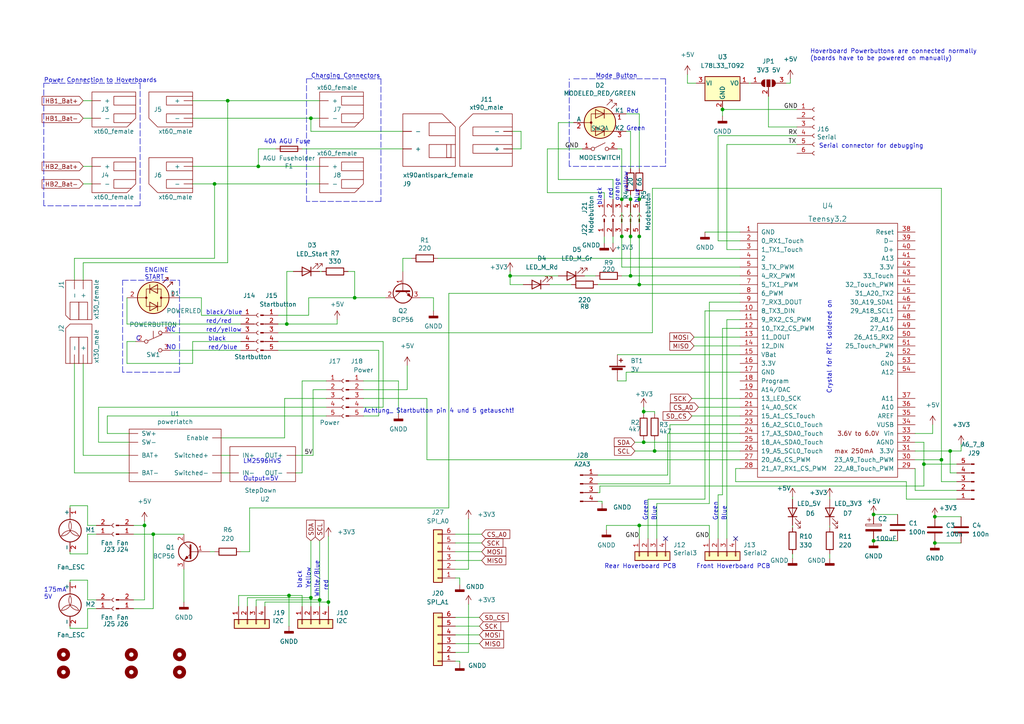
<source format=kicad_sch>
(kicad_sch (version 20211123) (generator eeschema)

  (uuid 00e38d63-5436-49db-81f5-697421f168fc)

  (paper "A4")

  

  (junction (at 62.23 53.34) (diameter 0) (color 0 0 0 0)
    (uuid 051b8cb0-ae77-4e09-98a7-bf2103319e66)
  )
  (junction (at 41.91 152.4) (diameter 0) (color 0 0 0 0)
    (uuid 08d3dd73-6f4c-4fc2-8e37-f281b85fe0d4)
  )
  (junction (at 92.71 173.99) (diameter 0) (color 0 0 0 0)
    (uuid 0b10b5dd-1068-4091-bac0-79652863a01e)
  )
  (junction (at 186.69 128.27) (diameter 0) (color 0 0 0 0)
    (uuid 0bb5c886-5f9c-4c29-83d9-f58a572fcd79)
  )
  (junction (at 90.17 34.29) (diameter 0) (color 0 0 0 0)
    (uuid 123968c6-74e7-4754-8c36-08ea08e42555)
  )
  (junction (at 44.45 154.94) (diameter 0) (color 0 0 0 0)
    (uuid 17f40a5c-3441-49ae-8b83-88ce922d0e3d)
  )
  (junction (at 83.185 93.98) (diameter 0) (color 0 0 0 0)
    (uuid 2235841a-9c52-451a-9616-b84a520feeb5)
  )
  (junction (at 273.05 133.35) (diameter 0) (color 0 0 0 0)
    (uuid 294c0b81-a58f-43d9-b3ff-58ec3e95d3c4)
  )
  (junction (at 147.955 80.01) (diameter 0) (color 0 0 0 0)
    (uuid 31799447-fd07-4760-945e-f0b3deaaea3e)
  )
  (junction (at 182.88 57.785) (diameter 0) (color 0 0 0 0)
    (uuid 35351f64-441a-4f62-87d4-a200c91bb3de)
  )
  (junction (at 185.42 152.4) (diameter 0) (color 0 0 0 0)
    (uuid 38f3170a-b54c-4011-af49-381b27b9e9bb)
  )
  (junction (at 271.145 149.86) (diameter 0) (color 0 0 0 0)
    (uuid 3a3e70b1-2cc8-4a66-89cd-35460ef8a407)
  )
  (junction (at 186.69 119.38) (diameter 0) (color 0 0 0 0)
    (uuid 40412e4d-fa67-404b-8675-fb145207776f)
  )
  (junction (at 185.42 68.58) (diameter 0) (color 0 0 0 0)
    (uuid 5037a3f1-8665-4753-8111-3cc5f01f527e)
  )
  (junction (at 253.365 156.845) (diameter 0) (color 0 0 0 0)
    (uuid 5096b250-cff0-4068-b724-0f0e0414784d)
  )
  (junction (at 182.88 80.01) (diameter 0) (color 0 0 0 0)
    (uuid 51e2a64a-e03c-401f-bbf1-282827dc3883)
  )
  (junction (at 83.82 172.72) (diameter 0) (color 0 0 0 0)
    (uuid 69403c96-f918-448f-9931-0f743ebdeac3)
  )
  (junction (at 185.42 82.55) (diameter 0) (color 0 0 0 0)
    (uuid 694fe12e-f636-4239-9f50-17d1e83c559a)
  )
  (junction (at 275.59 130.81) (diameter 0) (color 0 0 0 0)
    (uuid 73e22f62-48fa-4032-ab99-c63ffdb6815b)
  )
  (junction (at 74.93 48.26) (diameter 0) (color 0 0 0 0)
    (uuid 79451892-db6b-4999-916d-6392174ee493)
  )
  (junction (at 189.865 130.81) (diameter 0) (color 0 0 0 0)
    (uuid 8704d76b-52f1-45a4-966f-1d07e731c198)
  )
  (junction (at 253.365 149.225) (diameter 0) (color 0 0 0 0)
    (uuid 88d9f69e-d0e5-4bba-b2dc-36fd356eba4e)
  )
  (junction (at 185.42 57.785) (diameter 0) (color 0 0 0 0)
    (uuid 8b0c0bc4-8c66-4ee6-94d3-7711afdbbace)
  )
  (junction (at 102.87 86.36) (diameter 0) (color 0 0 0 0)
    (uuid 8e0c5536-8f0c-41c4-a920-c1fe2d0aeb28)
  )
  (junction (at 209.55 31.75) (diameter 0) (color 0 0 0 0)
    (uuid 90b82718-91a8-42b9-8b5c-f55037401d9a)
  )
  (junction (at 182.88 68.58) (diameter 0) (color 0 0 0 0)
    (uuid 92ecfc54-4a5a-4f80-835f-341e5f4566e0)
  )
  (junction (at 180.34 57.785) (diameter 0) (color 0 0 0 0)
    (uuid 9654c0fa-eebe-4319-94a4-df6f955eea98)
  )
  (junction (at 180.34 68.58) (diameter 0) (color 0 0 0 0)
    (uuid 983cd6c3-109c-4c73-99a3-ba679cdd09e5)
  )
  (junction (at 271.145 157.48) (diameter 0) (color 0 0 0 0)
    (uuid 9f171a87-ffde-46b1-b9bd-87ba6a6c823d)
  )
  (junction (at 95.25 174.625) (diameter 0) (color 0 0 0 0)
    (uuid ae42da24-02f4-42e7-8f2c-3c1c04118f9b)
  )
  (junction (at 267.97 134.62) (diameter 0) (color 0 0 0 0)
    (uuid aecb7fd1-6e81-44d7-8a5d-03a5b93e1a9a)
  )
  (junction (at 90.17 173.355) (diameter 0) (color 0 0 0 0)
    (uuid e6bbf99a-2bfc-49bf-a0f1-56b03ff0b655)
  )
  (junction (at 66.04 29.21) (diameter 0) (color 0 0 0 0)
    (uuid fad4c712-0a2e-465d-a9f8-83d26bd66e37)
  )

  (no_connect (at 213.36 156.21) (uuid 57276367-9ce4-4738-88d7-6e8cb94c966c))
  (no_connect (at 193.04 156.21) (uuid 72b36951-3ec7-4569-9c88-cf9b4afe1cae))

  (wire (pts (xy 66.675 132.08) (xy 64.135 132.08))
    (stroke (width 0) (type default) (color 0 0 0 0))
    (uuid 009b5465-0a65-4237-93e7-eb65321eeb18)
  )
  (wire (pts (xy 275.59 130.81) (xy 278.765 130.81))
    (stroke (width 0) (type default) (color 0 0 0 0))
    (uuid 00ebed69-1ae8-4281-9dbb-78160329662c)
  )
  (wire (pts (xy 62.23 53.34) (xy 62.23 74.93))
    (stroke (width 0) (type default) (color 0 0 0 0))
    (uuid 02538207-54a8-4266-8d51-23871852b2ff)
  )
  (wire (pts (xy 158.75 43.18) (xy 158.75 55.88))
    (stroke (width 0) (type default) (color 0 0 0 0))
    (uuid 03b1ac56-3611-4584-aaf7-656eb89a5a58)
  )
  (wire (pts (xy 181.61 38.1) (xy 182.88 38.1))
    (stroke (width 0) (type default) (color 0 0 0 0))
    (uuid 03f57fb4-32a3-4bc6-85b9-fd8ece4a9592)
  )
  (wire (pts (xy 271.145 157.48) (xy 278.765 157.48))
    (stroke (width 0) (type default) (color 0 0 0 0))
    (uuid 046aff1b-63dd-4fa2-ad6b-a0c87f57f7dd)
  )
  (wire (pts (xy 213.36 139.7) (xy 213.36 135.89))
    (stroke (width 0) (type default) (color 0 0 0 0))
    (uuid 048b98a1-7408-4bd3-ba48-56b856855483)
  )
  (wire (pts (xy 151.13 43.18) (xy 148.59 43.18))
    (stroke (width 0) (type default) (color 0 0 0 0))
    (uuid 04cf2f2c-74bf-400d-b4f6-201720df00ed)
  )
  (wire (pts (xy 185.42 57.785) (xy 185.42 68.58))
    (stroke (width 0) (type default) (color 0 0 0 0))
    (uuid 06407d5a-4471-4505-93e6-0953c197b726)
  )
  (wire (pts (xy 74.93 43.18) (xy 74.93 48.26))
    (stroke (width 0) (type default) (color 0 0 0 0))
    (uuid 083becc8-e25d-4206-9636-55457650bbe3)
  )
  (wire (pts (xy 132.08 167.64) (xy 133.35 167.64))
    (stroke (width 0) (type default) (color 0 0 0 0))
    (uuid 09ec5a1f-8168-4109-a329-ef099cef6d16)
  )
  (wire (pts (xy 83.82 172.72) (xy 69.215 172.72))
    (stroke (width 0) (type default) (color 0 0 0 0))
    (uuid 0a177102-b386-476a-bb78-cfa41e5981d4)
  )
  (wire (pts (xy 253.365 156.845) (xy 260.35 156.845))
    (stroke (width 0) (type default) (color 0 0 0 0))
    (uuid 0a265115-6c7a-45ab-97a3-c695e3ee67d2)
  )
  (polyline (pts (xy 12.7 59.69) (xy 12.7 24.13))
    (stroke (width 0) (type default) (color 0 0 0 0))
    (uuid 0b4c0f05-c855-4742-bad2-dbf645d5842b)
  )

  (wire (pts (xy 217.17 24.13) (xy 217.805 24.13))
    (stroke (width 0) (type default) (color 0 0 0 0))
    (uuid 0b759eb5-2b5d-497b-bde5-ba020c43a39d)
  )
  (wire (pts (xy 265.43 125.73) (xy 270.51 125.73))
    (stroke (width 0) (type default) (color 0 0 0 0))
    (uuid 0bf9b321-fb4d-49fd-9592-7ab5a99eb177)
  )
  (wire (pts (xy 90.17 156.845) (xy 90.17 173.355))
    (stroke (width 0) (type default) (color 0 0 0 0))
    (uuid 0cc9bf07-55b9-458f-b8aa-41b2f51fa940)
  )
  (wire (pts (xy 92.71 156.845) (xy 92.71 173.99))
    (stroke (width 0) (type default) (color 0 0 0 0))
    (uuid 0d5b0f48-7e11-42a1-aa49-31f1b69cb91d)
  )
  (wire (pts (xy 262.89 144.78) (xy 262.89 139.7))
    (stroke (width 0) (type default) (color 0 0 0 0))
    (uuid 0d8dc964-deb7-44e6-848e-a4828cd6ccf5)
  )
  (wire (pts (xy 267.97 140.97) (xy 173.99 140.97))
    (stroke (width 0) (type default) (color 0 0 0 0))
    (uuid 0dbb758d-d359-4d2a-8a5d-77dfe99df357)
  )
  (wire (pts (xy 132.08 160.02) (xy 139.7 160.02))
    (stroke (width 0) (type default) (color 0 0 0 0))
    (uuid 0e78b584-2869-48ac-b293-95bd208efc94)
  )
  (wire (pts (xy 189.865 119.38) (xy 189.865 120.015))
    (stroke (width 0) (type default) (color 0 0 0 0))
    (uuid 0e95aa78-7bed-4b26-ac12-dbebf9e2b680)
  )
  (wire (pts (xy 31.115 120.65) (xy 31.115 125.73))
    (stroke (width 0) (type default) (color 0 0 0 0))
    (uuid 0f6a1023-ed00-4bd6-afef-ff227538c5e3)
  )
  (wire (pts (xy 177.8 52.07) (xy 177.8 57.785))
    (stroke (width 0) (type default) (color 0 0 0 0))
    (uuid 11274c77-8dea-42af-9338-4bcf2f325c89)
  )
  (wire (pts (xy 82.55 127) (xy 82.55 115.57))
    (stroke (width 0) (type default) (color 0 0 0 0))
    (uuid 1136c54b-6feb-40f7-ae6a-0f9521f82981)
  )
  (wire (pts (xy 37.465 125.73) (xy 31.115 125.73))
    (stroke (width 0) (type default) (color 0 0 0 0))
    (uuid 1199146e-a60b-416a-b503-e77d6d2892f9)
  )
  (wire (pts (xy 21.59 137.16) (xy 21.59 105.41))
    (stroke (width 0) (type default) (color 0 0 0 0))
    (uuid 12a24e86-2c38-4685-bba9-fff8dddb4cb0)
  )
  (wire (pts (xy 26.67 53.34) (xy 24.13 53.34))
    (stroke (width 0) (type default) (color 0 0 0 0))
    (uuid 12c8f4c9-cb79-4390-b96c-a717c693de17)
  )
  (wire (pts (xy 24.13 48.26) (xy 26.67 48.26))
    (stroke (width 0) (type default) (color 0 0 0 0))
    (uuid 12f8e43c-8f83-48d3-a9b5-5f3ebc0b6c43)
  )
  (wire (pts (xy 186.69 118.11) (xy 186.69 119.38))
    (stroke (width 0) (type default) (color 0 0 0 0))
    (uuid 13519fa0-f319-4568-9da1-27e7fc596e16)
  )
  (wire (pts (xy 20.32 146.685) (xy 25.4 146.685))
    (stroke (width 0) (type default) (color 0 0 0 0))
    (uuid 1542b558-bfe7-4e44-b051-52e954f089c4)
  )
  (wire (pts (xy 265.43 130.81) (xy 275.59 130.81))
    (stroke (width 0) (type default) (color 0 0 0 0))
    (uuid 15f2b6d5-48c4-4f31-8b9d-7d2668e7fe00)
  )
  (wire (pts (xy 275.59 137.16) (xy 277.495 137.16))
    (stroke (width 0) (type default) (color 0 0 0 0))
    (uuid 16be875d-0110-4993-b777-e772726fe1e5)
  )
  (wire (pts (xy 209.55 95.25) (xy 209.55 143.51))
    (stroke (width 0) (type default) (color 0 0 0 0))
    (uuid 170a1464-a955-4bdc-927d-f8249fd0c04c)
  )
  (wire (pts (xy 66.04 29.21) (xy 66.04 76.2))
    (stroke (width 0) (type default) (color 0 0 0 0))
    (uuid 17ed3508-fa2e-4593-a799-bfd39a6cc14d)
  )
  (wire (pts (xy 159.385 82.55) (xy 165.735 82.55))
    (stroke (width 0) (type default) (color 0 0 0 0))
    (uuid 180684cf-f7b0-46b2-aea4-1f93e406cf59)
  )
  (wire (pts (xy 127 74.93) (xy 214.63 74.93))
    (stroke (width 0) (type default) (color 0 0 0 0))
    (uuid 181e9518-7706-4189-a885-5e6e3aee3bb9)
  )
  (wire (pts (xy 147.955 80.01) (xy 147.955 82.55))
    (stroke (width 0) (type default) (color 0 0 0 0))
    (uuid 193cbccc-28f2-4437-8064-d229e44aa604)
  )
  (wire (pts (xy 83.185 93.98) (xy 83.185 78.74))
    (stroke (width 0) (type default) (color 0 0 0 0))
    (uuid 1df9a412-b56c-4e84-b38b-6a4bc05a97be)
  )
  (wire (pts (xy 38.735 173.99) (xy 41.91 173.99))
    (stroke (width 0) (type default) (color 0 0 0 0))
    (uuid 1e6a20ef-296c-4f96-9891-ff8455ce839d)
  )
  (wire (pts (xy 25.4 182.245) (xy 20.32 182.245))
    (stroke (width 0) (type default) (color 0 0 0 0))
    (uuid 1f97d1e3-c5f6-4344-9fb6-6c723b7697fa)
  )
  (polyline (pts (xy 52.07 81.28) (xy 52.07 107.95))
    (stroke (width 0) (type default) (color 0 0 0 0))
    (uuid 1fbb0219-551e-409b-a61b-76e8cebdfb9d)
  )

  (wire (pts (xy 185.42 82.55) (xy 214.63 82.55))
    (stroke (width 0) (type default) (color 0 0 0 0))
    (uuid 1fe5bc2b-0fca-4819-a520-4615dfab4d15)
  )
  (wire (pts (xy 69.215 172.72) (xy 69.215 175.895))
    (stroke (width 0) (type default) (color 0 0 0 0))
    (uuid 25531609-ada1-438f-9524-2d6b2aacec2a)
  )
  (wire (pts (xy 20.32 168.275) (xy 25.4 168.275))
    (stroke (width 0) (type default) (color 0 0 0 0))
    (uuid 26301722-d82d-4669-b21f-04874a1fbca3)
  )
  (wire (pts (xy 229.87 144.145) (xy 229.87 144.78))
    (stroke (width 0) (type default) (color 0 0 0 0))
    (uuid 26a5e061-05bb-41a8-bc7a-df1564b11e90)
  )
  (wire (pts (xy 132.08 191.77) (xy 133.35 191.77))
    (stroke (width 0) (type default) (color 0 0 0 0))
    (uuid 2721b0da-8699-4bf1-80bb-1d6b9e717c61)
  )
  (wire (pts (xy 214.63 85.09) (xy 130.175 85.09))
    (stroke (width 0) (type default) (color 0 0 0 0))
    (uuid 2762442d-9432-4074-b79b-8eeab3eaf9a7)
  )
  (polyline (pts (xy 40.64 24.13) (xy 40.64 59.69))
    (stroke (width 0) (type default) (color 0 0 0 0))
    (uuid 282c8e53-3acc-42f0-a92a-6aa976b97a93)
  )

  (wire (pts (xy 148.59 38.1) (xy 151.13 38.1))
    (stroke (width 0) (type default) (color 0 0 0 0))
    (uuid 2878a73c-5447-4cd9-8194-14f52ab9459c)
  )
  (wire (pts (xy 89.535 86.36) (xy 102.87 86.36))
    (stroke (width 0) (type default) (color 0 0 0 0))
    (uuid 28e146f5-f85f-47b5-94b5-a67c33d23635)
  )
  (wire (pts (xy 182.88 57.785) (xy 182.88 68.58))
    (stroke (width 0) (type default) (color 0 0 0 0))
    (uuid 2a71f78d-0911-4a41-a0ce-aa50e93d68c8)
  )
  (wire (pts (xy 161.925 35.56) (xy 161.925 52.07))
    (stroke (width 0) (type default) (color 0 0 0 0))
    (uuid 2b8b629c-53ef-4ac6-91d7-f1a071136889)
  )
  (wire (pts (xy 135.89 165.1) (xy 132.08 165.1))
    (stroke (width 0) (type default) (color 0 0 0 0))
    (uuid 2ba9fb94-a1fa-486c-8933-fbe2803c354e)
  )
  (wire (pts (xy 72.39 160.02) (xy 69.85 160.02))
    (stroke (width 0) (type default) (color 0 0 0 0))
    (uuid 2d84a257-2801-4282-83f8-8a08920949d3)
  )
  (wire (pts (xy 55.88 99.06) (xy 55.88 105.41))
    (stroke (width 0) (type default) (color 0 0 0 0))
    (uuid 2fd044b6-377e-455f-89e0-f4f69a117f77)
  )
  (wire (pts (xy 135.89 150.495) (xy 135.89 165.1))
    (stroke (width 0) (type default) (color 0 0 0 0))
    (uuid 3017e6b7-2d49-4427-9dc1-83cc27ee24a4)
  )
  (wire (pts (xy 185.42 152.4) (xy 185.42 156.21))
    (stroke (width 0) (type default) (color 0 0 0 0))
    (uuid 30c33e3e-fb78-498d-bffe-76273d527004)
  )
  (wire (pts (xy 209.55 31.75) (xy 209.55 33.655))
    (stroke (width 0) (type default) (color 0 0 0 0))
    (uuid 322a7fce-26c4-4bb5-ba5a-1688f26585cf)
  )
  (wire (pts (xy 80.645 96.52) (xy 189.23 96.52))
    (stroke (width 0) (type default) (color 0 0 0 0))
    (uuid 32380bb4-3280-497e-9558-7a21f00e00dd)
  )
  (wire (pts (xy 173.355 82.55) (xy 185.42 82.55))
    (stroke (width 0) (type default) (color 0 0 0 0))
    (uuid 32445bc6-e73d-4201-9666-5de468baf622)
  )
  (wire (pts (xy 185.42 68.58) (xy 185.42 82.55))
    (stroke (width 0) (type default) (color 0 0 0 0))
    (uuid 32551a79-b842-47a9-8e23-7783a840e131)
  )
  (wire (pts (xy 161.925 80.01) (xy 147.955 80.01))
    (stroke (width 0) (type default) (color 0 0 0 0))
    (uuid 329094f4-8898-41df-ac65-e73e1fd74cbf)
  )
  (wire (pts (xy 20.32 168.91) (xy 20.32 168.275))
    (stroke (width 0) (type default) (color 0 0 0 0))
    (uuid 33072d10-86aa-4a72-9898-01c2c9b5842e)
  )
  (wire (pts (xy 27.94 176.53) (xy 25.4 176.53))
    (stroke (width 0) (type default) (color 0 0 0 0))
    (uuid 34e399b2-48be-42f9-842e-e3b66c7c06bb)
  )
  (wire (pts (xy 209.55 143.51) (xy 208.28 143.51))
    (stroke (width 0) (type default) (color 0 0 0 0))
    (uuid 34eb38bf-2fc7-4a28-893e-3d3609a85d23)
  )
  (wire (pts (xy 41.91 151.13) (xy 41.91 152.4))
    (stroke (width 0) (type default) (color 0 0 0 0))
    (uuid 35a7735a-ee25-458f-bb48-cd448dcda5d3)
  )
  (wire (pts (xy 62.23 53.34) (xy 92.71 53.34))
    (stroke (width 0) (type default) (color 0 0 0 0))
    (uuid 35c09d1f-2914-4d1e-a002-df30af772f3b)
  )
  (wire (pts (xy 24.13 76.2) (xy 24.13 81.28))
    (stroke (width 0) (type default) (color 0 0 0 0))
    (uuid 35ef9c4a-35f6-467b-a704-b1d9354880cf)
  )
  (wire (pts (xy 267.97 128.27) (xy 267.97 134.62))
    (stroke (width 0) (type default) (color 0 0 0 0))
    (uuid 3628add0-cc90-4ce6-bc0a-7b0499cb2a43)
  )
  (wire (pts (xy 25.4 154.94) (xy 25.4 160.655))
    (stroke (width 0) (type default) (color 0 0 0 0))
    (uuid 39ae077c-5133-4896-9953-71244e980cb5)
  )
  (wire (pts (xy 123.825 115.57) (xy 123.825 133.35))
    (stroke (width 0) (type default) (color 0 0 0 0))
    (uuid 39d7e422-7f67-4268-a2ed-2db52be51cae)
  )
  (wire (pts (xy 158.75 43.18) (xy 168.91 43.18))
    (stroke (width 0) (type default) (color 0 0 0 0))
    (uuid 3a41dd27-ec14-44d5-b505-aad1d829f79a)
  )
  (wire (pts (xy 38.735 154.94) (xy 44.45 154.94))
    (stroke (width 0) (type default) (color 0 0 0 0))
    (uuid 3bc3df81-b30e-4a41-a38c-bca401c1fdb4)
  )
  (wire (pts (xy 132.08 181.61) (xy 139.065 181.61))
    (stroke (width 0) (type default) (color 0 0 0 0))
    (uuid 3bce23fc-cdab-4616-8963-9c1f94f76e8b)
  )
  (wire (pts (xy 94.615 120.65) (xy 31.115 120.65))
    (stroke (width 0) (type default) (color 0 0 0 0))
    (uuid 3bdb6e74-df98-4382-9a1e-8b7b42de8b63)
  )
  (wire (pts (xy 132.08 184.15) (xy 139.065 184.15))
    (stroke (width 0) (type default) (color 0 0 0 0))
    (uuid 3be16d8f-c504-4be9-bb1b-a581c1c2e941)
  )
  (wire (pts (xy 199.39 24.13) (xy 199.39 21.59))
    (stroke (width 0) (type default) (color 0 0 0 0))
    (uuid 3cd14580-9b18-43b9-b012-256b77a63300)
  )
  (wire (pts (xy 24.13 132.08) (xy 37.465 132.08))
    (stroke (width 0) (type default) (color 0 0 0 0))
    (uuid 3e0392c0-affc-4114-9de5-1f1cfe79418a)
  )
  (wire (pts (xy 262.89 139.7) (xy 213.36 139.7))
    (stroke (width 0) (type default) (color 0 0 0 0))
    (uuid 3e2959fb-f853-45ab-a70d-cefa40ed4a13)
  )
  (wire (pts (xy 87.63 43.18) (xy 116.84 43.18))
    (stroke (width 0) (type default) (color 0 0 0 0))
    (uuid 3e3d55c8-e0ea-48fb-8421-a84b7cb7055b)
  )
  (wire (pts (xy 66.04 29.21) (xy 92.71 29.21))
    (stroke (width 0) (type default) (color 0 0 0 0))
    (uuid 422b10b9-e829-44a2-8808-05edd8cb3050)
  )
  (wire (pts (xy 92.71 173.99) (xy 74.295 173.99))
    (stroke (width 0) (type default) (color 0 0 0 0))
    (uuid 4254ab22-9d9b-4884-a1f8-0bb4242f8894)
  )
  (wire (pts (xy 270.51 125.73) (xy 270.51 123.19))
    (stroke (width 0) (type default) (color 0 0 0 0))
    (uuid 44a31d09-65ce-45e2-98f9-0649161b54b4)
  )
  (wire (pts (xy 158.75 55.88) (xy 175.26 55.88))
    (stroke (width 0) (type default) (color 0 0 0 0))
    (uuid 44d10368-2885-4218-b8f1-52a5fde92cb3)
  )
  (wire (pts (xy 214.63 77.47) (xy 180.34 77.47))
    (stroke (width 0) (type default) (color 0 0 0 0))
    (uuid 44dee830-40ed-4a00-8c4e-ba626f32dc1e)
  )
  (wire (pts (xy 25.4 168.275) (xy 25.4 173.99))
    (stroke (width 0) (type default) (color 0 0 0 0))
    (uuid 46fa1be4-d517-4eaf-a68b-dce661fc076c)
  )
  (wire (pts (xy 278.765 130.81) (xy 278.765 128.905))
    (stroke (width 0) (type default) (color 0 0 0 0))
    (uuid 474c69f2-d47e-44b5-9fe8-4f70b718e8d8)
  )
  (wire (pts (xy 90.17 38.1) (xy 90.17 34.29))
    (stroke (width 0) (type default) (color 0 0 0 0))
    (uuid 475ed8b3-90bf-48cd-bce5-d8f48b689541)
  )
  (wire (pts (xy 240.665 152.4) (xy 240.665 153.035))
    (stroke (width 0) (type default) (color 0 0 0 0))
    (uuid 489dbc75-626f-4f7d-a79e-4718b12503a5)
  )
  (wire (pts (xy 205.74 146.05) (xy 205.74 87.63))
    (stroke (width 0) (type default) (color 0 0 0 0))
    (uuid 49df14a4-9231-4e0c-8be6-325780f5026d)
  )
  (wire (pts (xy 253.365 149.225) (xy 260.35 149.225))
    (stroke (width 0) (type default) (color 0 0 0 0))
    (uuid 49efe05d-ee93-4a15-b852-734325ebf0af)
  )
  (wire (pts (xy 89.535 91.44) (xy 89.535 86.36))
    (stroke (width 0) (type default) (color 0 0 0 0))
    (uuid 4abd83b2-2075-4fec-a627-5a1558b56d3f)
  )
  (wire (pts (xy 190.5 156.21) (xy 190.5 146.05))
    (stroke (width 0) (type default) (color 0 0 0 0))
    (uuid 4c843bdb-6c9e-40dd-85e2-0567846e18ba)
  )
  (wire (pts (xy 123.825 133.35) (xy 214.63 133.35))
    (stroke (width 0) (type default) (color 0 0 0 0))
    (uuid 4d35d179-1fe5-442a-89de-d0579ca2bbc5)
  )
  (wire (pts (xy 105.41 115.57) (xy 123.825 115.57))
    (stroke (width 0) (type default) (color 0 0 0 0))
    (uuid 4dbb109d-2431-40ac-8260-8df88fdef5cd)
  )
  (wire (pts (xy 184.15 128.27) (xy 186.69 128.27))
    (stroke (width 0) (type default) (color 0 0 0 0))
    (uuid 4fdf05e9-f289-448e-914a-b6881900d6c1)
  )
  (wire (pts (xy 275.59 130.81) (xy 275.59 137.16))
    (stroke (width 0) (type default) (color 0 0 0 0))
    (uuid 501f712e-3fe5-40e9-8641-58b732b1882d)
  )
  (wire (pts (xy 83.185 93.98) (xy 97.79 93.98))
    (stroke (width 0) (type default) (color 0 0 0 0))
    (uuid 50208326-4c3d-4fc0-b1bc-7c7f78e47333)
  )
  (wire (pts (xy 90.17 173.355) (xy 90.17 175.895))
    (stroke (width 0) (type default) (color 0 0 0 0))
    (uuid 50511df0-cbe7-4439-9e9c-f26e04b637db)
  )
  (wire (pts (xy 189.23 54.61) (xy 189.23 96.52))
    (stroke (width 0) (type default) (color 0 0 0 0))
    (uuid 51909adb-2e51-4572-af12-85a12663ac96)
  )
  (wire (pts (xy 193.675 125.73) (xy 214.63 125.73))
    (stroke (width 0) (type default) (color 0 0 0 0))
    (uuid 530ea4c9-0761-4c55-b00d-e28a9768a955)
  )
  (wire (pts (xy 36.83 93.98) (xy 36.83 86.36))
    (stroke (width 0) (type default) (color 0 0 0 0))
    (uuid 53e34696-241f-47e5-a477-f469335c8a61)
  )
  (wire (pts (xy 58.42 91.44) (xy 69.85 91.44))
    (stroke (width 0) (type default) (color 0 0 0 0))
    (uuid 547eeec1-a95c-431b-95a4-2ff936d52170)
  )
  (wire (pts (xy 119.38 74.93) (xy 116.84 74.93))
    (stroke (width 0) (type default) (color 0 0 0 0))
    (uuid 54dfed87-fbe5-47ab-b620-2d6ba5ea0bcb)
  )
  (wire (pts (xy 87.63 172.72) (xy 83.82 172.72))
    (stroke (width 0) (type default) (color 0 0 0 0))
    (uuid 55c7ef39-b251-4a11-94d4-60a109929c6f)
  )
  (wire (pts (xy 105.41 118.11) (xy 111.125 118.11))
    (stroke (width 0) (type default) (color 0 0 0 0))
    (uuid 56e486f5-556e-4d8e-a75a-487ed98d2e59)
  )
  (wire (pts (xy 205.74 152.4) (xy 205.74 156.21))
    (stroke (width 0) (type default) (color 0 0 0 0))
    (uuid 58d71c09-ba53-43d7-9fc9-7054806963d2)
  )
  (wire (pts (xy 177.8 68.58) (xy 177.8 70.485))
    (stroke (width 0) (type default) (color 0 0 0 0))
    (uuid 58dfd4b5-1213-4f4d-8f38-79c6f352f825)
  )
  (wire (pts (xy 36.83 99.06) (xy 36.83 105.41))
    (stroke (width 0) (type default) (color 0 0 0 0))
    (uuid 58e8a243-dbf1-46ec-a9ca-62db6c046a4b)
  )
  (wire (pts (xy 94.615 118.11) (xy 28.575 118.11))
    (stroke (width 0) (type default) (color 0 0 0 0))
    (uuid 5a040418-8644-4cf8-9de0-ba3624649e9e)
  )
  (wire (pts (xy 116.84 74.93) (xy 116.84 78.74))
    (stroke (width 0) (type default) (color 0 0 0 0))
    (uuid 5a1c01fb-cf82-4e17-9a62-00e0a3adba47)
  )
  (wire (pts (xy 182.88 68.58) (xy 182.88 80.01))
    (stroke (width 0) (type default) (color 0 0 0 0))
    (uuid 5ae7ec9d-f872-4d2d-a4c4-ccac7b92dc87)
  )
  (wire (pts (xy 94.615 113.03) (xy 90.805 113.03))
    (stroke (width 0) (type default) (color 0 0 0 0))
    (uuid 5b15d041-2d51-4c90-8164-397806011835)
  )
  (wire (pts (xy 95.25 174.625) (xy 95.25 175.895))
    (stroke (width 0) (type default) (color 0 0 0 0))
    (uuid 5c3c20ac-7d6a-4a6a-8d79-b176608d957f)
  )
  (wire (pts (xy 76.835 175.895) (xy 76.835 174.625))
    (stroke (width 0) (type default) (color 0 0 0 0))
    (uuid 5dba2df1-c0a7-451c-ad63-7260d7b1f5a8)
  )
  (wire (pts (xy 55.88 29.21) (xy 66.04 29.21))
    (stroke (width 0) (type default) (color 0 0 0 0))
    (uuid 5f312b85-6822-40a3-b417-2df49696ca2d)
  )
  (wire (pts (xy 24.13 29.21) (xy 26.67 29.21))
    (stroke (width 0) (type default) (color 0 0 0 0))
    (uuid 5f38bdb2-3657-474e-8e86-d6bb0b298110)
  )
  (wire (pts (xy 74.295 173.99) (xy 74.295 175.895))
    (stroke (width 0) (type default) (color 0 0 0 0))
    (uuid 6064ea35-013e-4b86-a6c4-39586d23a64c)
  )
  (wire (pts (xy 182.88 56.515) (xy 182.88 57.785))
    (stroke (width 0) (type default) (color 0 0 0 0))
    (uuid 613cedd3-6317-45b7-905c-7688baf53bf3)
  )
  (wire (pts (xy 209.55 31.75) (xy 231.14 31.75))
    (stroke (width 0) (type default) (color 0 0 0 0))
    (uuid 6202b522-e646-49af-83e4-b5d7844d80bd)
  )
  (wire (pts (xy 25.4 146.685) (xy 25.4 152.4))
    (stroke (width 0) (type default) (color 0 0 0 0))
    (uuid 62880b37-7f4d-4027-be35-87ea11b9bfce)
  )
  (wire (pts (xy 115.57 120.015) (xy 115.57 110.49))
    (stroke (width 0) (type default) (color 0 0 0 0))
    (uuid 62a6d334-f451-48c1-bbb3-2e2aacab4352)
  )
  (wire (pts (xy 194.31 123.19) (xy 214.63 123.19))
    (stroke (width 0) (type default) (color 0 0 0 0))
    (uuid 62bfa5ee-896d-42a1-8a5e-5e1301811401)
  )
  (wire (pts (xy 25.4 173.99) (xy 27.94 173.99))
    (stroke (width 0) (type default) (color 0 0 0 0))
    (uuid 62c26a31-4bf5-4a49-846e-2a9deae7bdd9)
  )
  (wire (pts (xy 182.88 38.1) (xy 182.88 48.895))
    (stroke (width 0) (type default) (color 0 0 0 0))
    (uuid 62e8c4d4-266c-4e53-8981-1028251d724c)
  )
  (wire (pts (xy 208.28 69.85) (xy 208.28 39.37))
    (stroke (width 0) (type default) (color 0 0 0 0))
    (uuid 63884a0c-3153-4b16-b576-b3d0570549ad)
  )
  (wire (pts (xy 130.175 85.09) (xy 130.175 147.32))
    (stroke (width 0) (type default) (color 0 0 0 0))
    (uuid 649506bc-e737-4d40-826c-c9ae6cf7999f)
  )
  (wire (pts (xy 204.47 90.17) (xy 204.47 144.78))
    (stroke (width 0) (type default) (color 0 0 0 0))
    (uuid 64a82c13-23a0-425e-9d2f-c51801b5f76e)
  )
  (wire (pts (xy 277.495 144.78) (xy 262.89 144.78))
    (stroke (width 0) (type default) (color 0 0 0 0))
    (uuid 64da2e4a-a726-4ff0-ba50-b173e8b39877)
  )
  (wire (pts (xy 37.465 137.16) (xy 21.59 137.16))
    (stroke (width 0) (type default) (color 0 0 0 0))
    (uuid 6513181c-0a6a-4560-9a18-17450c36ae2a)
  )
  (wire (pts (xy 180.34 80.01) (xy 182.88 80.01))
    (stroke (width 0) (type default) (color 0 0 0 0))
    (uuid 6551a109-65d8-49b9-807b-12ceb41c46a8)
  )
  (wire (pts (xy 38.735 176.53) (xy 44.45 176.53))
    (stroke (width 0) (type default) (color 0 0 0 0))
    (uuid 655a4dd6-df89-48f2-a803-643990d058bd)
  )
  (wire (pts (xy 208.28 39.37) (xy 231.14 39.37))
    (stroke (width 0) (type default) (color 0 0 0 0))
    (uuid 65b9a046-bb8f-42cd-b846-d3362b0ef51f)
  )
  (wire (pts (xy 83.185 78.74) (xy 85.09 78.74))
    (stroke (width 0) (type default) (color 0 0 0 0))
    (uuid 663cc588-2ea2-4d16-b91f-ff54db2ba726)
  )
  (wire (pts (xy 175.895 152.4) (xy 185.42 152.4))
    (stroke (width 0) (type default) (color 0 0 0 0))
    (uuid 68422ffc-83e4-42e5-b1dc-f3b10be98daf)
  )
  (polyline (pts (xy 165.1 48.26) (xy 165.1 22.86))
    (stroke (width 0) (type default) (color 0 0 0 0))
    (uuid 6ac3ab53-7523-4805-bfd2-5de19dff127e)
  )

  (wire (pts (xy 202.565 118.11) (xy 214.63 118.11))
    (stroke (width 0) (type default) (color 0 0 0 0))
    (uuid 6b341153-e6a9-446e-a41f-f0b6803ef98d)
  )
  (wire (pts (xy 133.35 167.64) (xy 133.35 169.545))
    (stroke (width 0) (type default) (color 0 0 0 0))
    (uuid 6bb2c937-e8ff-43d0-9b06-456594eb25e9)
  )
  (wire (pts (xy 36.83 99.06) (xy 39.37 99.06))
    (stroke (width 0) (type default) (color 0 0 0 0))
    (uuid 6bd115d6-07e0-45db-8f2e-3cbb0429104f)
  )
  (wire (pts (xy 125.73 86.36) (xy 125.73 90.17))
    (stroke (width 0) (type default) (color 0 0 0 0))
    (uuid 6cb93665-0bcd-4104-8633-fffd1811eee0)
  )
  (wire (pts (xy 204.47 67.31) (xy 214.63 67.31))
    (stroke (width 0) (type default) (color 0 0 0 0))
    (uuid 6d660d44-2237-493b-a881-7e0ebb385c2c)
  )
  (wire (pts (xy 115.57 110.49) (xy 105.41 110.49))
    (stroke (width 0) (type default) (color 0 0 0 0))
    (uuid 6fb78646-375d-4e04-bdf3-192bdf9fa3e4)
  )
  (wire (pts (xy 214.63 90.17) (xy 204.47 90.17))
    (stroke (width 0) (type default) (color 0 0 0 0))
    (uuid 6fe0cc28-1be0-4954-b1df-068cf34b34b8)
  )
  (wire (pts (xy 187.96 156.21) (xy 187.96 144.78))
    (stroke (width 0) (type default) (color 0 0 0 0))
    (uuid 6ffdf05e-e119-49f9-85e9-13e4901df42a)
  )
  (wire (pts (xy 20.32 160.655) (xy 20.32 160.02))
    (stroke (width 0) (type default) (color 0 0 0 0))
    (uuid 707520b4-cacf-45dc-bb64-b15608f9208f)
  )
  (wire (pts (xy 38.735 152.4) (xy 41.91 152.4))
    (stroke (width 0) (type default) (color 0 0 0 0))
    (uuid 716ce140-e601-44e8-935e-856b42be6077)
  )
  (wire (pts (xy 186.69 119.38) (xy 189.865 119.38))
    (stroke (width 0) (type default) (color 0 0 0 0))
    (uuid 719e9152-e8ec-4038-bff3-e10dc6873da6)
  )
  (wire (pts (xy 80.01 43.18) (xy 74.93 43.18))
    (stroke (width 0) (type default) (color 0 0 0 0))
    (uuid 725cdf26-4b92-46db-bca9-10d930002dda)
  )
  (wire (pts (xy 80.645 101.6) (xy 109.855 101.6))
    (stroke (width 0) (type default) (color 0 0 0 0))
    (uuid 72c5b5dc-7d0c-4e1d-aa45-7f2d6eeb3e27)
  )
  (wire (pts (xy 189.865 130.81) (xy 214.63 130.81))
    (stroke (width 0) (type default) (color 0 0 0 0))
    (uuid 7468e343-8d98-49cd-b0f3-87e6dfd3c57b)
  )
  (wire (pts (xy 273.05 139.7) (xy 273.05 133.35))
    (stroke (width 0) (type default) (color 0 0 0 0))
    (uuid 751655c2-941f-4109-8347-98c9fd930f4e)
  )
  (wire (pts (xy 180.34 43.18) (xy 180.34 57.785))
    (stroke (width 0) (type default) (color 0 0 0 0))
    (uuid 75c8508a-aa91-42ac-a3e8-5f7b38c6618f)
  )
  (wire (pts (xy 20.32 160.655) (xy 25.4 160.655))
    (stroke (width 0) (type default) (color 0 0 0 0))
    (uuid 782ab777-440f-4045-a4c0-f73ddee70716)
  )
  (wire (pts (xy 118.11 113.03) (xy 105.41 113.03))
    (stroke (width 0) (type default) (color 0 0 0 0))
    (uuid 78fc26a2-c6aa-4020-b71c-d7cbb33d50cf)
  )
  (wire (pts (xy 161.925 35.56) (xy 166.37 35.56))
    (stroke (width 0) (type default) (color 0 0 0 0))
    (uuid 7a2b8997-41f5-4d37-9b4a-91e13dfae36c)
  )
  (wire (pts (xy 74.93 48.26) (xy 92.71 48.26))
    (stroke (width 0) (type default) (color 0 0 0 0))
    (uuid 7acd513a-187b-4936-9f93-2e521ce33ad5)
  )
  (polyline (pts (xy 52.07 107.95) (xy 35.56 107.95))
    (stroke (width 0) (type default) (color 0 0 0 0))
    (uuid 7bfba61b-6752-4a45-9ee6-5984dcb15041)
  )

  (wire (pts (xy 82.55 115.57) (xy 94.615 115.57))
    (stroke (width 0) (type default) (color 0 0 0 0))
    (uuid 7dfa12dd-0cd0-4759-964c-4ba3aef8bb58)
  )
  (wire (pts (xy 175.26 68.58) (xy 175.26 70.485))
    (stroke (width 0) (type default) (color 0 0 0 0))
    (uuid 7f1579b0-7b58-4eea-a427-d38d2582d3aa)
  )
  (wire (pts (xy 60.96 160.02) (xy 62.23 160.02))
    (stroke (width 0) (type default) (color 0 0 0 0))
    (uuid 7f664a3c-9748-45a7-a189-4712ada62fe7)
  )
  (wire (pts (xy 174.625 145.415) (xy 174.625 146.05))
    (stroke (width 0) (type default) (color 0 0 0 0))
    (uuid 805ad2cb-4a29-45da-a322-1f9825134f56)
  )
  (wire (pts (xy 271.145 149.86) (xy 278.765 149.86))
    (stroke (width 0) (type default) (color 0 0 0 0))
    (uuid 80d27706-07bd-45c6-badc-c478b2600e5a)
  )
  (wire (pts (xy 265.43 133.35) (xy 273.05 133.35))
    (stroke (width 0) (type default) (color 0 0 0 0))
    (uuid 81d962a1-f4fc-43bc-9dbe-9b5a35c18019)
  )
  (wire (pts (xy 90.805 113.03) (xy 90.805 132.08))
    (stroke (width 0) (type default) (color 0 0 0 0))
    (uuid 823c34d4-e27b-470a-9b98-977c836aa764)
  )
  (wire (pts (xy 267.97 134.62) (xy 277.495 134.62))
    (stroke (width 0) (type default) (color 0 0 0 0))
    (uuid 83ba1d10-74c9-483a-be53-0628a98c4613)
  )
  (polyline (pts (xy 40.64 59.69) (xy 12.7 59.69))
    (stroke (width 0) (type default) (color 0 0 0 0))
    (uuid 83c5181e-f5ee-453c-ae5c-d7256ba8837d)
  )

  (wire (pts (xy 181.61 33.02) (xy 185.42 33.02))
    (stroke (width 0) (type default) (color 0 0 0 0))
    (uuid 844d7d7a-b386-45a8-aaf6-bf41bbcb43b5)
  )
  (wire (pts (xy 173.355 140.335) (xy 194.31 140.335))
    (stroke (width 0) (type default) (color 0 0 0 0))
    (uuid 85827b25-c667-4d1b-8921-52bdc5430650)
  )
  (wire (pts (xy 147.955 78.74) (xy 147.955 80.01))
    (stroke (width 0) (type default) (color 0 0 0 0))
    (uuid 8723f50e-a484-4a9a-b72b-07dbeb8b0cf9)
  )
  (wire (pts (xy 53.34 165.1) (xy 53.34 174.625))
    (stroke (width 0) (type default) (color 0 0 0 0))
    (uuid 885d043f-b4c9-4eb2-820d-d417cb4bc866)
  )
  (polyline (pts (xy 88.9 22.86) (xy 110.49 22.86))
    (stroke (width 0) (type default) (color 0 0 0 0))
    (uuid 888fd7cb-2fc6-480c-bcfa-0b71303087d3)
  )

  (wire (pts (xy 71.755 173.355) (xy 90.17 173.355))
    (stroke (width 0) (type default) (color 0 0 0 0))
    (uuid 89607785-50a6-412e-9773-1e085f5b77fa)
  )
  (wire (pts (xy 36.83 93.98) (xy 69.85 93.98))
    (stroke (width 0) (type default) (color 0 0 0 0))
    (uuid 8aeae536-fd36-430e-be47-1a856eced2fc)
  )
  (wire (pts (xy 87.63 110.49) (xy 94.615 110.49))
    (stroke (width 0) (type default) (color 0 0 0 0))
    (uuid 8b61a8d2-0056-4f41-829d-4d87fa944b28)
  )
  (wire (pts (xy 28.575 118.11) (xy 28.575 128.27))
    (stroke (width 0) (type default) (color 0 0 0 0))
    (uuid 8b99dc7a-2e02-445b-a6cf-b55663646f65)
  )
  (wire (pts (xy 20.32 182.245) (xy 20.32 181.61))
    (stroke (width 0) (type default) (color 0 0 0 0))
    (uuid 8ba5a9f6-538a-40bf-9f77-39b12aa2f0db)
  )
  (wire (pts (xy 181.61 110.49) (xy 179.07 110.49))
    (stroke (width 0) (type default) (color 0 0 0 0))
    (uuid 8cb3cff4-5ab5-48e7-bf9f-51e859cf7f20)
  )
  (wire (pts (xy 71.755 175.895) (xy 71.755 173.355))
    (stroke (width 0) (type default) (color 0 0 0 0))
    (uuid 8d023456-8ad9-4f7e-897d-e73ffdb4933e)
  )
  (wire (pts (xy 55.88 48.26) (xy 74.93 48.26))
    (stroke (width 0) (type default) (color 0 0 0 0))
    (uuid 8e295ed4-82cb-4d9f-8888-7ad2dd4d5129)
  )
  (wire (pts (xy 222.885 27.94) (xy 222.885 36.83))
    (stroke (width 0) (type default) (color 0 0 0 0))
    (uuid 90e4b67e-0a6e-42bc-93bf-45939b80c9b6)
  )
  (wire (pts (xy 179.07 43.18) (xy 180.34 43.18))
    (stroke (width 0) (type default) (color 0 0 0 0))
    (uuid 90e761f6-1432-4f73-ad28-fa8869b7ec31)
  )
  (wire (pts (xy 118.11 106.045) (xy 118.11 113.03))
    (stroke (width 0) (type default) (color 0 0 0 0))
    (uuid 940380cb-8cf9-45b8-b600-7d8ce8a785d6)
  )
  (wire (pts (xy 151.13 38.1) (xy 151.13 43.18))
    (stroke (width 0) (type default) (color 0 0 0 0))
    (uuid 955cc99e-a129-42cf-abc7-aa99813fdb5f)
  )
  (wire (pts (xy 240.665 160.655) (xy 240.665 161.925))
    (stroke (width 0) (type default) (color 0 0 0 0))
    (uuid 957e24b2-957a-4613-8205-73cc52b7059b)
  )
  (wire (pts (xy 229.235 22.86) (xy 229.235 24.13))
    (stroke (width 0) (type default) (color 0 0 0 0))
    (uuid 95e06b65-459a-4ab7-a258-2019fd7c750c)
  )
  (wire (pts (xy 132.08 189.23) (xy 135.89 189.23))
    (stroke (width 0) (type default) (color 0 0 0 0))
    (uuid 96b1672c-107c-4f66-9cdb-f0ef0147a931)
  )
  (wire (pts (xy 173.99 140.97) (xy 173.99 142.875))
    (stroke (width 0) (type default) (color 0 0 0 0))
    (uuid 96c51c57-c97b-45e2-82c7-453cd584593a)
  )
  (wire (pts (xy 55.88 99.06) (xy 69.85 99.06))
    (stroke (width 0) (type default) (color 0 0 0 0))
    (uuid 973c2694-75a7-49b1-b02c-677cd56f102c)
  )
  (wire (pts (xy 21.59 74.93) (xy 62.23 74.93))
    (stroke (width 0) (type default) (color 0 0 0 0))
    (uuid 974c48bf-534e-4335-98e1-b0426c783e99)
  )
  (wire (pts (xy 201.295 97.79) (xy 214.63 97.79))
    (stroke (width 0) (type default) (color 0 0 0 0))
    (uuid 97b85742-d338-4986-b5da-fb7c945b794b)
  )
  (wire (pts (xy 181.61 107.95) (xy 181.61 110.49))
    (stroke (width 0) (type default) (color 0 0 0 0))
    (uuid 983222ce-bc82-4fbc-a4be-4b8a3f9905a5)
  )
  (wire (pts (xy 64.135 127) (xy 82.55 127))
    (stroke (width 0) (type default) (color 0 0 0 0))
    (uuid 98b00c9d-9188-4bce-aa70-92d12dd9cf82)
  )
  (wire (pts (xy 55.88 53.34) (xy 62.23 53.34))
    (stroke (width 0) (type default) (color 0 0 0 0))
    (uuid 99186658-0361-40ba-ae93-62f23c5622e6)
  )
  (polyline (pts (xy 35.56 81.28) (xy 52.07 81.28))
    (stroke (width 0) (type default) (color 0 0 0 0))
    (uuid 99332785-d9f1-4363-9377-26ddc18e6d2c)
  )

  (wire (pts (xy 204.47 144.78) (xy 187.96 144.78))
    (stroke (width 0) (type default) (color 0 0 0 0))
    (uuid 99837fd0-a0a4-4343-8445-986091adde32)
  )
  (wire (pts (xy 97.79 93.98) (xy 97.79 92.71))
    (stroke (width 0) (type default) (color 0 0 0 0))
    (uuid 9992e006-0501-402a-9275-a5a0d8af71f1)
  )
  (polyline (pts (xy 35.56 107.95) (xy 35.56 81.28))
    (stroke (width 0) (type default) (color 0 0 0 0))
    (uuid 99dfa524-0366-4808-b4e8-328fc38e8656)
  )

  (wire (pts (xy 190.5 146.05) (xy 205.74 146.05))
    (stroke (width 0) (type default) (color 0 0 0 0))
    (uuid 9a970ac1-63cf-40d6-bc9a-be6411b01438)
  )
  (wire (pts (xy 179.07 102.87) (xy 214.63 102.87))
    (stroke (width 0) (type default) (color 0 0 0 0))
    (uuid 9d671c06-86f9-4e89-a7da-6f87b0b7d806)
  )
  (wire (pts (xy 20.32 147.32) (xy 20.32 146.685))
    (stroke (width 0) (type default) (color 0 0 0 0))
    (uuid 9ed2e82a-459f-49e0-a3a3-7e6e749f942c)
  )
  (polyline (pts (xy 193.04 22.86) (xy 193.04 48.26))
    (stroke (width 0) (type default) (color 0 0 0 0))
    (uuid a07b6b2b-7179-4297-b163-5e47ffbe76d3)
  )

  (wire (pts (xy 72.39 147.32) (xy 72.39 160.02))
    (stroke (width 0) (type default) (color 0 0 0 0))
    (uuid a1d929f8-3a0d-4870-a15e-1c1a86c261e8)
  )
  (wire (pts (xy 214.63 80.01) (xy 182.88 80.01))
    (stroke (width 0) (type default) (color 0 0 0 0))
    (uuid a2ce8f9b-adf1-448a-bac0-2619d7ebe60c)
  )
  (wire (pts (xy 185.42 33.02) (xy 185.42 48.895))
    (stroke (width 0) (type default) (color 0 0 0 0))
    (uuid a62609cd-29b7-4918-b97d-7b2404ba61cf)
  )
  (wire (pts (xy 277.495 139.7) (xy 273.05 139.7))
    (stroke (width 0) (type default) (color 0 0 0 0))
    (uuid a750b54f-ce9a-4e25-81d4-783e53359803)
  )
  (polyline (pts (xy 110.49 22.86) (xy 110.49 58.42))
    (stroke (width 0) (type default) (color 0 0 0 0))
    (uuid a92f3b72-ed6d-4d99-9da6-35771bec3c77)
  )

  (wire (pts (xy 76.835 174.625) (xy 95.25 174.625))
    (stroke (width 0) (type default) (color 0 0 0 0))
    (uuid a9ca165e-67b7-4a4f-a54c-ac2675edd3b2)
  )
  (wire (pts (xy 66.675 137.16) (xy 64.135 137.16))
    (stroke (width 0) (type default) (color 0 0 0 0))
    (uuid aa130053-a451-4f12-97f7-3d4d891a5f83)
  )
  (polyline (pts (xy 110.49 58.42) (xy 88.9 58.42))
    (stroke (width 0) (type default) (color 0 0 0 0))
    (uuid aa1c6f47-cbd4-4cbd-8265-e5ac08b7ffc8)
  )

  (wire (pts (xy 200.66 120.65) (xy 214.63 120.65))
    (stroke (width 0) (type default) (color 0 0 0 0))
    (uuid aa2eacdf-1a2e-4d23-b912-06ac5f7ded68)
  )
  (wire (pts (xy 132.08 154.94) (xy 139.7 154.94))
    (stroke (width 0) (type default) (color 0 0 0 0))
    (uuid ab0f8664-d5a3-4b53-8cc3-378b631c9ad2)
  )
  (wire (pts (xy 44.45 176.53) (xy 44.45 154.94))
    (stroke (width 0) (type default) (color 0 0 0 0))
    (uuid ab9204f6-3305-4fe4-b4ac-f575a6713586)
  )
  (wire (pts (xy 28.575 128.27) (xy 37.465 128.27))
    (stroke (width 0) (type default) (color 0 0 0 0))
    (uuid adefd5fd-1346-4fc3-a57d-6354539839d7)
  )
  (wire (pts (xy 201.295 100.33) (xy 214.63 100.33))
    (stroke (width 0) (type default) (color 0 0 0 0))
    (uuid adf5cd69-75e2-44f4-b1c3-4e8793ef0d28)
  )
  (wire (pts (xy 213.36 135.89) (xy 214.63 135.89))
    (stroke (width 0) (type default) (color 0 0 0 0))
    (uuid aeeced93-067c-4d3e-9de5-ecf0e74a6ad3)
  )
  (wire (pts (xy 41.91 152.4) (xy 41.91 173.99))
    (stroke (width 0) (type default) (color 0 0 0 0))
    (uuid b0660e11-ddb6-4a62-be7e-ad208b979ad4)
  )
  (wire (pts (xy 175.895 152.4) (xy 175.895 153.67))
    (stroke (width 0) (type default) (color 0 0 0 0))
    (uuid b0662d8d-790a-4837-b04c-d8dff48e41b3)
  )
  (wire (pts (xy 205.74 87.63) (xy 214.63 87.63))
    (stroke (width 0) (type default) (color 0 0 0 0))
    (uuid b09ae3e0-9b16-4a90-b478-4499f6711690)
  )
  (wire (pts (xy 132.08 157.48) (xy 139.7 157.48))
    (stroke (width 0) (type default) (color 0 0 0 0))
    (uuid b16abbd0-e4cb-40d4-98e5-66d17adc4be4)
  )
  (wire (pts (xy 210.82 92.71) (xy 210.82 156.21))
    (stroke (width 0) (type default) (color 0 0 0 0))
    (uuid b1eaf136-b1ad-42e8-be46-7f4e8def2e37)
  )
  (wire (pts (xy 80.645 91.44) (xy 89.535 91.44))
    (stroke (width 0) (type default) (color 0 0 0 0))
    (uuid b1eb6044-90f9-45c4-bcd7-fc6d92ca931d)
  )
  (wire (pts (xy 210.82 41.91) (xy 210.82 72.39))
    (stroke (width 0) (type default) (color 0 0 0 0))
    (uuid b2c14d5a-b0fd-41f3-b660-f8ce92051c01)
  )
  (wire (pts (xy 229.87 160.655) (xy 229.87 161.925))
    (stroke (width 0) (type default) (color 0 0 0 0))
    (uuid b3498b90-19d1-4b63-8749-26e7bf0b1250)
  )
  (wire (pts (xy 27.94 154.94) (xy 25.4 154.94))
    (stroke (width 0) (type default) (color 0 0 0 0))
    (uuid b571e1d8-c5c1-48ac-a7e3-34664a01c974)
  )
  (wire (pts (xy 25.4 176.53) (xy 25.4 182.245))
    (stroke (width 0) (type default) (color 0 0 0 0))
    (uuid b5832e4b-a173-48c4-82da-e9ad0e071629)
  )
  (wire (pts (xy 186.69 119.38) (xy 186.69 120.015))
    (stroke (width 0) (type default) (color 0 0 0 0))
    (uuid b67e1b48-8c27-4c21-990d-f9ebbc1e0597)
  )
  (wire (pts (xy 277.495 142.24) (xy 265.43 142.24))
    (stroke (width 0) (type default) (color 0 0 0 0))
    (uuid b779ccd4-7b6a-4761-afd6-679f27f2ea62)
  )
  (wire (pts (xy 80.645 93.98) (xy 83.185 93.98))
    (stroke (width 0) (type default) (color 0 0 0 0))
    (uuid b7e38b71-6d85-4ad8-86ce-f4ab1ba6f773)
  )
  (wire (pts (xy 161.925 52.07) (xy 177.8 52.07))
    (stroke (width 0) (type default) (color 0 0 0 0))
    (uuid b9858390-3c52-4708-9763-39c76728af56)
  )
  (wire (pts (xy 130.175 147.32) (xy 72.39 147.32))
    (stroke (width 0) (type default) (color 0 0 0 0))
    (uuid b9a83e65-82a0-4c2a-b56b-bce5009d20f7)
  )
  (wire (pts (xy 95.25 155.575) (xy 95.25 174.625))
    (stroke (width 0) (type default) (color 0 0 0 0))
    (uuid ba24d722-243f-45ee-b521-7865e70d35e3)
  )
  (wire (pts (xy 201.93 24.13) (xy 199.39 24.13))
    (stroke (width 0) (type default) (color 0 0 0 0))
    (uuid bc33c945-8510-4f7a-9a27-249be5964af0)
  )
  (wire (pts (xy 184.15 130.81) (xy 189.865 130.81))
    (stroke (width 0) (type default) (color 0 0 0 0))
    (uuid bc7a2468-32b3-4b79-85cd-4436ca556dc4)
  )
  (wire (pts (xy 273.05 54.61) (xy 189.23 54.61))
    (stroke (width 0) (type default) (color 0 0 0 0))
    (uuid bd33b194-268e-44c3-b0b1-b7463d83fbac)
  )
  (wire (pts (xy 132.08 179.07) (xy 139.065 179.07))
    (stroke (width 0) (type default) (color 0 0 0 0))
    (uuid bf2d9170-305c-4572-8df6-eade0284a305)
  )
  (wire (pts (xy 49.53 96.52) (xy 69.85 96.52))
    (stroke (width 0) (type default) (color 0 0 0 0))
    (uuid c05406da-4334-464f-bb93-fbd722076165)
  )
  (wire (pts (xy 132.08 186.69) (xy 139.065 186.69))
    (stroke (width 0) (type default) (color 0 0 0 0))
    (uuid c3d7ef96-01f7-4013-b5ae-83025d220958)
  )
  (wire (pts (xy 185.42 152.4) (xy 205.74 152.4))
    (stroke (width 0) (type default) (color 0 0 0 0))
    (uuid c3df6ceb-e872-4ab1-aee6-ba2bcf639497)
  )
  (wire (pts (xy 200.66 115.57) (xy 214.63 115.57))
    (stroke (width 0) (type default) (color 0 0 0 0))
    (uuid c3f5a2f0-2616-416d-8494-b3bd672417e3)
  )
  (wire (pts (xy 193.675 125.73) (xy 193.675 137.795))
    (stroke (width 0) (type default) (color 0 0 0 0))
    (uuid c8f783f8-9603-4e67-84ef-a9d755348b75)
  )
  (wire (pts (xy 49.53 101.6) (xy 69.85 101.6))
    (stroke (width 0) (type default) (color 0 0 0 0))
    (uuid c9f71875-1856-43c2-b1fb-5a3dbed48c46)
  )
  (wire (pts (xy 214.63 69.85) (xy 208.28 69.85))
    (stroke (width 0) (type default) (color 0 0 0 0))
    (uuid ca4978dc-e8c9-435b-870d-c73495b4384d)
  )
  (wire (pts (xy 133.35 191.77) (xy 133.35 192.405))
    (stroke (width 0) (type default) (color 0 0 0 0))
    (uuid cb23987e-7f68-4b0c-b8d0-70a75811cf17)
  )
  (wire (pts (xy 92.71 78.74) (xy 93.345 78.74))
    (stroke (width 0) (type default) (color 0 0 0 0))
    (uuid cb534741-b5a7-4e5d-b147-946f19749090)
  )
  (wire (pts (xy 208.28 143.51) (xy 208.28 156.21))
    (stroke (width 0) (type default) (color 0 0 0 0))
    (uuid cb9cdea3-d2ff-4b19-845c-07985c9f22e6)
  )
  (wire (pts (xy 180.34 68.58) (xy 180.34 77.47))
    (stroke (width 0) (type default) (color 0 0 0 0))
    (uuid ce10504d-a63c-4d11-a970-6128f7507135)
  )
  (wire (pts (xy 24.13 105.41) (xy 24.13 132.08))
    (stroke (width 0) (type default) (color 0 0 0 0))
    (uuid cf815d51-c956-4c5a-adde-c373cb025b07)
  )
  (wire (pts (xy 44.45 154.94) (xy 53.34 154.94))
    (stroke (width 0) (type default) (color 0 0 0 0))
    (uuid cf8ce376-1dc2-4e5b-8ab1-3a02234fb178)
  )
  (wire (pts (xy 210.82 92.71) (xy 214.63 92.71))
    (stroke (width 0) (type default) (color 0 0 0 0))
    (uuid cfaa8d7b-946b-42b3-bb23-43e16d31c1d7)
  )
  (wire (pts (xy 58.42 86.36) (xy 58.42 91.44))
    (stroke (width 0) (type default) (color 0 0 0 0))
    (uuid cfff0e3d-b702-4b96-b9ca-ab50c04387cd)
  )
  (wire (pts (xy 229.87 152.4) (xy 229.87 153.035))
    (stroke (width 0) (type default) (color 0 0 0 0))
    (uuid d0cc5ba5-72ed-4220-a578-21cc622b4b5f)
  )
  (wire (pts (xy 214.63 95.25) (xy 209.55 95.25))
    (stroke (width 0) (type default) (color 0 0 0 0))
    (uuid d0fa14a9-87a1-4c41-979e-8cc67abc98e7)
  )
  (polyline (pts (xy 193.04 48.26) (xy 165.1 48.26))
    (stroke (width 0) (type default) (color 0 0 0 0))
    (uuid d1a9be32-38ba-44e6-bc35-f031541ab1fe)
  )

  (wire (pts (xy 36.83 105.41) (xy 55.88 105.41))
    (stroke (width 0) (type default) (color 0 0 0 0))
    (uuid d2426135-d731-4d3b-8194-196fcabad088)
  )
  (wire (pts (xy 265.43 142.24) (xy 265.43 135.89))
    (stroke (width 0) (type default) (color 0 0 0 0))
    (uuid d2a1a2f5-6816-46fb-8373-0760dc6bbb58)
  )
  (wire (pts (xy 109.855 101.6) (xy 109.855 120.65))
    (stroke (width 0) (type default) (color 0 0 0 0))
    (uuid d4bbff3a-357e-4a77-abb3-d366211a39d5)
  )
  (wire (pts (xy 222.885 36.83) (xy 231.14 36.83))
    (stroke (width 0) (type default) (color 0 0 0 0))
    (uuid d4c4a6d4-312a-473f-9ac0-cd0cc0d61156)
  )
  (wire (pts (xy 194.31 140.335) (xy 194.31 123.19))
    (stroke (width 0) (type default) (color 0 0 0 0))
    (uuid d6d27c3a-dbdc-4808-b858-a2c258ecd68c)
  )
  (polyline (pts (xy 12.7 24.13) (xy 40.64 24.13))
    (stroke (width 0) (type default) (color 0 0 0 0))
    (uuid d72c89a6-7578-4468-964e-2a845431195f)
  )

  (wire (pts (xy 80.645 99.06) (xy 111.125 99.06))
    (stroke (width 0) (type default) (color 0 0 0 0))
    (uuid d838c7a0-f2b2-4541-972c-3faf8f6be30d)
  )
  (wire (pts (xy 102.87 78.74) (xy 102.87 86.36))
    (stroke (width 0) (type default) (color 0 0 0 0))
    (uuid d8bdf508-15d3-4f90-8178-10bcfb73bdb9)
  )
  (wire (pts (xy 121.92 86.36) (xy 125.73 86.36))
    (stroke (width 0) (type default) (color 0 0 0 0))
    (uuid dde8619c-5a8c-40eb-9845-65e6a654222d)
  )
  (wire (pts (xy 85.725 137.16) (xy 87.63 137.16))
    (stroke (width 0) (type default) (color 0 0 0 0))
    (uuid de370984-7922-4327-a0ba-7cd613995df4)
  )
  (wire (pts (xy 116.84 38.1) (xy 90.17 38.1))
    (stroke (width 0) (type default) (color 0 0 0 0))
    (uuid df2a6036-7274-4398-9365-148b6ddab90d)
  )
  (wire (pts (xy 210.82 41.91) (xy 231.14 41.91))
    (stroke (width 0) (type default) (color 0 0 0 0))
    (uuid df908da8-20d2-48c3-bc1c-93ded013675d)
  )
  (wire (pts (xy 100.965 78.74) (xy 102.87 78.74))
    (stroke (width 0) (type default) (color 0 0 0 0))
    (uuid dfa5b2cf-95d9-43b3-80e9-7419741ef2f3)
  )
  (wire (pts (xy 83.82 172.72) (xy 83.82 181.61))
    (stroke (width 0) (type default) (color 0 0 0 0))
    (uuid e01c24b8-478f-434e-9bc7-8d440d86b2d1)
  )
  (wire (pts (xy 186.69 127.635) (xy 186.69 128.27))
    (stroke (width 0) (type default) (color 0 0 0 0))
    (uuid e027b8cc-c567-4f76-8e22-bec7fef7c720)
  )
  (wire (pts (xy 173.355 145.415) (xy 174.625 145.415))
    (stroke (width 0) (type default) (color 0 0 0 0))
    (uuid e08882dc-2cd1-4cfc-b054-064bfc2c618a)
  )
  (wire (pts (xy 25.4 152.4) (xy 27.94 152.4))
    (stroke (width 0) (type default) (color 0 0 0 0))
    (uuid e0f7c076-422a-4954-b454-ebadc432b264)
  )
  (wire (pts (xy 240.665 144.145) (xy 240.665 144.78))
    (stroke (width 0) (type default) (color 0 0 0 0))
    (uuid e0fdc9e3-6cb5-437a-9c64-19897a32764c)
  )
  (wire (pts (xy 173.355 142.875) (xy 173.99 142.875))
    (stroke (width 0) (type default) (color 0 0 0 0))
    (uuid e1afae85-306e-42bd-85a3-7a49d4649e8e)
  )
  (wire (pts (xy 24.13 76.2) (xy 66.04 76.2))
    (stroke (width 0) (type default) (color 0 0 0 0))
    (uuid e2b24e25-1a0d-434a-876b-c595b47d80d2)
  )
  (wire (pts (xy 90.805 132.08) (xy 85.725 132.08))
    (stroke (width 0) (type default) (color 0 0 0 0))
    (uuid e30feb4a-fbf6-4daf-98b5-732517c38662)
  )
  (wire (pts (xy 102.87 86.36) (xy 111.76 86.36))
    (stroke (width 0) (type default) (color 0 0 0 0))
    (uuid e3c6fee2-2f3b-4d3b-a99d-87431781a1a5)
  )
  (wire (pts (xy 58.42 86.36) (xy 52.07 86.36))
    (stroke (width 0) (type default) (color 0 0 0 0))
    (uuid e5acb760-6425-450e-a53e-296f9e64c524)
  )
  (wire (pts (xy 229.235 24.13) (xy 227.965 24.13))
    (stroke (width 0) (type default) (color 0 0 0 0))
    (uuid e7ca093d-becf-48be-bcb1-fbd2cb0cb4d1)
  )
  (wire (pts (xy 135.89 175.26) (xy 135.89 189.23))
    (stroke (width 0) (type default) (color 0 0 0 0))
    (uuid e9e5540b-6e27-4ccf-9c1c-d90ccd70998f)
  )
  (wire (pts (xy 26.67 34.29) (xy 24.13 34.29))
    (stroke (width 0) (type default) (color 0 0 0 0))
    (uuid eaa0d51a-ee4e-4d3a-a801-bddb7027e94c)
  )
  (wire (pts (xy 109.855 120.65) (xy 105.41 120.65))
    (stroke (width 0) (type default) (color 0 0 0 0))
    (uuid eafceaa3-db6a-4bec-8bfa-66cc46e34681)
  )
  (polyline (pts (xy 166.37 22.86) (xy 193.04 22.86))
    (stroke (width 0) (type default) (color 0 0 0 0))
    (uuid ebca7c5e-ae52-43e5-ac6c-69a96a9a5b24)
  )

  (wire (pts (xy 92.71 173.99) (xy 92.71 175.895))
    (stroke (width 0) (type default) (color 0 0 0 0))
    (uuid ec345777-3fcb-485c-9c66-7db8bc2ec160)
  )
  (wire (pts (xy 169.545 80.01) (xy 172.72 80.01))
    (stroke (width 0) (type default) (color 0 0 0 0))
    (uuid ecefd600-74c9-47b2-8a25-5a2bc3b25338)
  )
  (wire (pts (xy 55.88 34.29) (xy 90.17 34.29))
    (stroke (width 0) (type default) (color 0 0 0 0))
    (uuid ee29d712-3378-4507-a00b-003526b29bb1)
  )
  (wire (pts (xy 210.82 72.39) (xy 214.63 72.39))
    (stroke (width 0) (type default) (color 0 0 0 0))
    (uuid eee5302c-d118-4535-b901-4b0c64ec0372)
  )
  (wire (pts (xy 111.125 118.11) (xy 111.125 99.06))
    (stroke (width 0) (type default) (color 0 0 0 0))
    (uuid efa033c8-0037-46c6-b058-417f8bde22c5)
  )
  (wire (pts (xy 193.675 137.795) (xy 173.355 137.795))
    (stroke (width 0) (type default) (color 0 0 0 0))
    (uuid f231868d-7f9d-4c70-b11c-09a356269a86)
  )
  (wire (pts (xy 132.08 162.56) (xy 139.7 162.56))
    (stroke (width 0) (type default) (color 0 0 0 0))
    (uuid f2666a09-71bc-41f7-8113-e71fd587d788)
  )
  (polyline (pts (xy 88.9 58.42) (xy 88.9 22.86))
    (stroke (width 0) (type default) (color 0 0 0 0))
    (uuid f28e56e7-283b-4b9a-ae27-95e89770fbf8)
  )

  (wire (pts (xy 185.42 56.515) (xy 185.42 57.785))
    (stroke (width 0) (type default) (color 0 0 0 0))
    (uuid f3044f68-903d-4063-b253-30d8e3a83eae)
  )
  (wire (pts (xy 21.59 81.28) (xy 21.59 74.93))
    (stroke (width 0) (type default) (color 0 0 0 0))
    (uuid f357ddb5-3f44-43b0-b00d-d64f5c62ba4a)
  )
  (wire (pts (xy 267.97 134.62) (xy 267.97 140.97))
    (stroke (width 0) (type default) (color 0 0 0 0))
    (uuid f3b2b6ce-45fb-4c4a-aa40-a104fb502d92)
  )
  (wire (pts (xy 189.865 127.635) (xy 189.865 130.81))
    (stroke (width 0) (type default) (color 0 0 0 0))
    (uuid f496a215-b81d-45e3-9134-ba08e2d5c22f)
  )
  (wire (pts (xy 175.26 55.88) (xy 175.26 57.785))
    (stroke (width 0) (type default) (color 0 0 0 0))
    (uuid f4bcada2-de59-4b6a-9c25-98af2d8af36a)
  )
  (wire (pts (xy 273.05 133.35) (xy 273.05 54.61))
    (stroke (width 0) (type default) (color 0 0 0 0))
    (uuid f4c4bc05-687f-492b-8ef6-1a7f11646128)
  )
  (wire (pts (xy 186.69 128.27) (xy 214.63 128.27))
    (stroke (width 0) (type default) (color 0 0 0 0))
    (uuid f8138d67-fb86-4aa2-b417-31f473dd1c8f)
  )
  (wire (pts (xy 87.63 137.16) (xy 87.63 110.49))
    (stroke (width 0) (type default) (color 0 0 0 0))
    (uuid faae2960-92c8-4c3d-beae-989872686eda)
  )
  (wire (pts (xy 90.17 34.29) (xy 92.71 34.29))
    (stroke (width 0) (type default) (color 0 0 0 0))
    (uuid fc83cd71-1198-4019-87a1-dc154bceead3)
  )
  (wire (pts (xy 147.955 82.55) (xy 151.765 82.55))
    (stroke (width 0) (type default) (color 0 0 0 0))
    (uuid fd152457-b2c3-4932-8a00-cbda36a1b98d)
  )
  (wire (pts (xy 180.34 57.785) (xy 180.34 68.58))
    (stroke (width 0) (type default) (color 0 0 0 0))
    (uuid fdc2f410-bd36-4b99-bc4f-1ce22945b717)
  )
  (wire (pts (xy 87.63 172.72) (xy 87.63 175.895))
    (stroke (width 0) (type default) (color 0 0 0 0))
    (uuid fed2a409-8761-4666-ae08-0f96d360042d)
  )
  (wire (pts (xy 265.43 128.27) (xy 267.97 128.27))
    (stroke (width 0) (type default) (color 0 0 0 0))
    (uuid ff0139b1-59b6-45a5-bcdc-c0f11b23dc4b)
  )
  (wire (pts (xy 214.63 107.95) (xy 181.61 107.95))
    (stroke (width 0) (type default) (color 0 0 0 0))
    (uuid ff13f467-bccc-4e90-8ee4-7cc88e1c283c)
  )

  (text "40A AGU Fuse" (at 90.17 41.91 180)
    (effects (font (size 1.27 1.27)) (justify right bottom))
    (uuid 011ee658-718d-416a-85fd-961729cd1ee5)
  )
  (text "black" (at 174.625 59.69 90)
    (effects (font (size 1.27 1.27)) (justify left bottom))
    (uuid 0a1a1b30-d40b-441d-b771-4805938c9a2e)
  )
  (text "Front Hoverboard PCB" (at 201.93 165.1 0)
    (effects (font (size 1.27 1.27)) (justify left bottom))
    (uuid 10d8ad0e-6a08-4053-92aa-23a15910fd21)
  )
  (text "orange" (at 179.705 58.42 90)
    (effects (font (size 1.27 1.27)) (justify left bottom))
    (uuid 159a8128-3914-4e76-bfdf-3b05561ebc34)
  )
  (text "Hoverboard Powerbuttons are connected normally\n(boards have to be powered on manually)"
    (at 234.95 17.78 0)
    (effects (font (size 1.27 1.27)) (justify left bottom))
    (uuid 1c3169e1-78dc-4f3a-b1a2-bf02578265f6)
  )
  (text "red/blue" (at 60.325 101.6 0)
    (effects (font (size 1.27 1.27)) (justify left bottom))
    (uuid 26c57574-e303-4cc8-896b-e7ea7adae64d)
  )
  (text "red/yellow" (at 59.69 96.52 0)
    (effects (font (size 1.27 1.27)) (justify left bottom))
    (uuid 2819c1c9-34b5-4b2f-b35c-51ec20ecfa7c)
  )
  (text "Rear Hoverboard PCB" (at 175.26 165.1 0)
    (effects (font (size 1.27 1.27)) (justify left bottom))
    (uuid 2b64d2cb-d62a-4762-97ea-f1b0d4293c4f)
  )
  (text "Blue" (at 210.82 151.13 90)
    (effects (font (size 1.27 1.27)) (justify left bottom))
    (uuid 2db910a0-b943-40b4-b81f-068ba5265f56)
  )
  (text "yellow" (at 182.245 55.88 90)
    (effects (font (size 1.27 1.27)) (justify left bottom))
    (uuid 31edcb87-d276-4440-aca9-8e75e51a047b)
  )
  (text "red" (at 95.25 171.45 90)
    (effects (font (size 1.27 1.27)) (justify left bottom))
    (uuid 358757e3-e4fa-4400-84f1-d961c8f598ae)
  )
  (text "blue" (at 185.42 59.055 90)
    (effects (font (size 1.27 1.27)) (justify left bottom))
    (uuid 3b358fdd-fd85-4eb9-8265-d954721869f4)
  )
  (text "Serial connector for debugging" (at 237.49 43.18 0)
    (effects (font (size 1.27 1.27)) (justify left bottom))
    (uuid 3cc43de6-1ec2-4ee2-8051-fd4513087883)
  )
  (text "Green" (at 208.28 151.13 90)
    (effects (font (size 1.27 1.27)) (justify left bottom))
    (uuid 3f8a5430-68a9-4732-9b89-4e00dd8ae219)
  )
  (text "Greem" (at 187.96 151.13 90)
    (effects (font (size 1.27 1.27)) (justify left bottom))
    (uuid 42ff012d-5eb7-42b9-bb45-415cf26799c6)
  )
  (text "Yellow" (at 90.17 170.815 90)
    (effects (font (size 1.27 1.27)) (justify left bottom))
    (uuid 44035e53-ff94-45ad-801f-55a1ce042a0d)
  )
  (text "Charging Connectors" (at 90.17 22.86 0)
    (effects (font (size 1.27 1.27)) (justify left bottom))
    (uuid 4a7e3849-3bc9-4bb3-b16a-fab2f5cee0e5)
  )
  (text "Output=5V" (at 70.485 139.7 0)
    (effects (font (size 1.27 1.27)) (justify left bottom))
    (uuid 4db55cb8-197b-4402-871f-ce582b65664b)
  )
  (text "red" (at 177.8 57.785 90)
    (effects (font (size 1.27 1.27)) (justify left bottom))
    (uuid 552aa453-5cf8-4fda-9a74-7b6ed84d3d66)
  )
  (text "C" (at 39.37 99.06 0)
    (effects (font (size 1.27 1.27)) (justify left bottom))
    (uuid 79770cd5-32d7-429a-8248-0d9e6212231a)
  )
  (text "ENGINE\nSTART" (at 41.91 81.28 0)
    (effects (font (size 1.27 1.27)) (justify left bottom))
    (uuid 88cb65f4-7e9e-44eb-8692-3b6e2e788a94)
  )
  (text "Blue" (at 190.5 151.13 90)
    (effects (font (size 1.27 1.27)) (justify left bottom))
    (uuid 96de0051-7945-413a-9219-1ab367546962)
  )
  (text "black/blue" (at 59.69 91.44 0)
    (effects (font (size 1.27 1.27)) (justify left bottom))
    (uuid a117b197-5c7e-41c8-8217-8c95a87f5a78)
  )
  (text "Crystal for RTC soldered on" (at 241.3 114.3 90)
    (effects (font (size 1.27 1.27)) (justify left bottom))
    (uuid a6d8ac8f-a013-4f9e-876c-42c5338d8d69)
  )
  (text "Mode Button" (at 172.72 22.86 0)
    (effects (font (size 1.27 1.27)) (justify left bottom))
    (uuid a8219a78-6b33-4efa-a789-6a67ce8f7a50)
  )
  (text "Green" (at 181.61 38.1 0)
    (effects (font (size 1.27 1.27)) (justify left bottom))
    (uuid b78cb2c1-ae4b-4d9b-acd8-d7fe342342f2)
  )
  (text "175mA\n5V" (at 12.7 173.99 0)
    (effects (font (size 1.27 1.27)) (justify left bottom))
    (uuid bc91a8a4-732a-4c96-8534-67afbc0f2670)
  )
  (text "red/red" (at 59.69 93.98 0)
    (effects (font (size 1.27 1.27)) (justify left bottom))
    (uuid c06122cb-56aa-47a8-b046-d9da1ae267b2)
  )
  (text "Power Connection to Hoverboards" (at 12.7 24.13 0)
    (effects (font (size 1.27 1.27)) (justify left bottom))
    (uuid ca5b6af8-ca05-4338-b852-b51f2b49b1db)
  )
  (text "White/Blue" (at 92.71 173.355 90)
    (effects (font (size 1.27 1.27)) (justify left bottom))
    (uuid cee2f43a-7d22-4585-a857-73949bd17a9d)
  )
  (text "black" (at 60.325 99.06 0)
    (effects (font (size 1.27 1.27)) (justify left bottom))
    (uuid dccc4ac5-8f16-4274-951b-cfdb225a3d97)
  )
  (text "Achtung_ Startbutton pin 4 und 5 getauscht!" (at 105.41 120.015 0)
    (effects (font (size 1.27 1.27)) (justify left bottom))
    (uuid ded3aa6c-bb84-41f6-b2cf-6526daddab10)
  )
  (text "NC" (at 48.26 96.52 0)
    (effects (font (size 1.27 1.27)) (justify left bottom))
    (uuid e17e6c0e-7e5b-43f0-ad48-0a2760b45b04)
  )
  (text "NO" (at 48.26 101.6 0)
    (effects (font (size 1.27 1.27)) (justify left bottom))
    (uuid e4e20505-1208-4100-a4aa-676f50844c06)
  )
  (text "LM2596HVS" (at 70.485 134.62 0)
    (effects (font (size 1.27 1.27)) (justify left bottom))
    (uuid e97b5984-9f0f-43a4-9b8a-838eef4cceb2)
  )
  (text "Red" (at 181.61 33.02 0)
    (effects (font (size 1.27 1.27)) (justify left bottom))
    (uuid f9b1563b-384a-447c-9f47-736504e995c8)
  )
  (text "black" (at 87.63 170.815 90)
    (effects (font (size 1.27 1.27)) (justify left bottom))
    (uuid fc03b48b-b580-43df-a800-152783c84131)
  )

  (label "5V" (at 88.265 132.08 0)
    (effects (font (size 1.27 1.27)) (justify left bottom))
    (uuid 45c0d5de-0c38-4b34-9f0c-f09c6304feba)
  )
  (label "RX" (at 228.6 39.37 0)
    (effects (font (size 1.27 1.27)) (justify left bottom))
    (uuid 71c6e723-673c-45a9-a0e4-9742220c52a3)
  )
  (label "GND" (at 163.83 43.18 0)
    (effects (font (size 1.27 1.27)) (justify left bottom))
    (uuid 84d296ba-3d39-4264-ad19-947f90c54396)
  )
  (label "GND" (at 227.33 31.75 0)
    (effects (font (size 1.27 1.27)) (justify left bottom))
    (uuid 935057d5-6882-4c15-9a35-54677912ba12)
  )
  (label "TX" (at 228.6 41.91 0)
    (effects (font (size 1.27 1.27)) (justify left bottom))
    (uuid b4833916-7a3e-4498-86fb-ec6d13262ffe)
  )
  (label "GND" (at 185.42 156.21 180)
    (effects (font (size 1.27 1.27)) (justify right bottom))
    (uuid c3b3d7f4-943f-4cff-b180-87ef3e1bcbff)
  )
  (label "GND" (at 205.74 156.21 180)
    (effects (font (size 1.27 1.27)) (justify right bottom))
    (uuid f64497d1-1d62-44a4-8e5e-6fba4ebc969a)
  )

  (global_label "SCK" (shape input) (at 200.66 115.57 180) (fields_autoplaced)
    (effects (font (size 1.27 1.27)) (justify right))
    (uuid 0b294385-b683-4a61-b799-b4e25a7703ca)
    (property "Intersheet References" "${INTERSHEET_REFS}" (id 0) (at 194.5863 115.6494 0)
      (effects (font (size 1.27 1.27)) (justify right) hide)
    )
  )
  (global_label "HB1_Bat+" (shape input) (at 24.13 29.21 180) (fields_autoplaced)
    (effects (font (size 1.27 1.27)) (justify right))
    (uuid 0f560957-a8c5-442f-b20c-c2d88613742c)
    (property "Intersheet References" "${INTERSHEET_REFS}" (id 0) (at 0 0 0)
      (effects (font (size 1.27 1.27)) hide)
    )
  )
  (global_label "HB2_Bat+" (shape input) (at 24.13 48.26 180) (fields_autoplaced)
    (effects (font (size 1.27 1.27)) (justify right))
    (uuid 2a6075ae-c7fa-41db-86b8-3f996740bdc2)
    (property "Intersheet References" "${INTERSHEET_REFS}" (id 0) (at 0 0 0)
      (effects (font (size 1.27 1.27)) hide)
    )
  )
  (global_label "CS_A0" (shape input) (at 139.7 154.94 0) (fields_autoplaced)
    (effects (font (size 1.27 1.27)) (justify left))
    (uuid 30906d31-ca7a-4c10-96e8-3bc670d5af48)
    (property "Intersheet References" "${INTERSHEET_REFS}" (id 0) (at 147.7694 154.8606 0)
      (effects (font (size 1.27 1.27)) (justify left) hide)
    )
  )
  (global_label "MOSI" (shape input) (at 201.295 97.79 180) (fields_autoplaced)
    (effects (font (size 1.27 1.27)) (justify right))
    (uuid 33bf80e5-5f6e-49e1-ba71-9992f4b3b35f)
    (property "Intersheet References" "${INTERSHEET_REFS}" (id 0) (at 194.3746 97.8694 0)
      (effects (font (size 1.27 1.27)) (justify right) hide)
    )
  )
  (global_label "MISO" (shape input) (at 139.7 162.56 0) (fields_autoplaced)
    (effects (font (size 1.27 1.27)) (justify left))
    (uuid 3d98b1cd-6cfa-486c-8b7e-051efb2589a7)
    (property "Intersheet References" "${INTERSHEET_REFS}" (id 0) (at 146.6204 162.4806 0)
      (effects (font (size 1.27 1.27)) (justify left) hide)
    )
  )
  (global_label "CS_A0" (shape input) (at 202.565 118.11 180) (fields_autoplaced)
    (effects (font (size 1.27 1.27)) (justify right))
    (uuid 45fecbb2-5bdb-48d6-b9f5-d7ed69993096)
    (property "Intersheet References" "${INTERSHEET_REFS}" (id 0) (at 194.4956 118.1894 0)
      (effects (font (size 1.27 1.27)) (justify right) hide)
    )
  )
  (global_label "SCL" (shape input) (at 92.71 156.845 90) (fields_autoplaced)
    (effects (font (size 1.27 1.27)) (justify left))
    (uuid 4abcf515-a815-4683-a69e-2880b4084172)
    (property "Intersheet References" "${INTERSHEET_REFS}" (id 0) (at 92.7894 151.0132 90)
      (effects (font (size 1.27 1.27)) (justify left) hide)
    )
  )
  (global_label "MOSI" (shape input) (at 139.7 160.02 0) (fields_autoplaced)
    (effects (font (size 1.27 1.27)) (justify left))
    (uuid 57bdf219-1bc6-4414-bbcb-7aefd03d51fc)
    (property "Intersheet References" "${INTERSHEET_REFS}" (id 0) (at 146.6204 159.9406 0)
      (effects (font (size 1.27 1.27)) (justify left) hide)
    )
  )
  (global_label "SCL" (shape input) (at 184.15 130.81 180) (fields_autoplaced)
    (effects (font (size 1.27 1.27)) (justify right))
    (uuid 5978ce88-3a7e-48c9-b5f8-16b30bc2cde4)
    (property "Intersheet References" "${INTERSHEET_REFS}" (id 0) (at 178.3182 130.7306 0)
      (effects (font (size 1.27 1.27)) (justify right) hide)
    )
  )
  (global_label "SDA" (shape input) (at 184.15 128.27 180) (fields_autoplaced)
    (effects (font (size 1.27 1.27)) (justify right))
    (uuid 846e84e7-55c2-49a8-a978-c69659d79885)
    (property "Intersheet References" "${INTERSHEET_REFS}" (id 0) (at 178.2577 128.1906 0)
      (effects (font (size 1.27 1.27)) (justify right) hide)
    )
  )
  (global_label "SCK" (shape input) (at 139.7 157.48 0) (fields_autoplaced)
    (effects (font (size 1.27 1.27)) (justify left))
    (uuid 8f9d85b0-c057-44e3-b5c1-635b210f6ec3)
    (property "Intersheet References" "${INTERSHEET_REFS}" (id 0) (at 145.7737 157.4006 0)
      (effects (font (size 1.27 1.27)) (justify left) hide)
    )
  )
  (global_label "HB1_Bat-" (shape input) (at 24.13 34.29 180) (fields_autoplaced)
    (effects (font (size 1.27 1.27)) (justify right))
    (uuid 98970bf0-1168-4b4e-a1c9-3b0c8d7eaacf)
    (property "Intersheet References" "${INTERSHEET_REFS}" (id 0) (at 0 0 0)
      (effects (font (size 1.27 1.27)) hide)
    )
  )
  (global_label "MISO" (shape input) (at 139.065 186.69 0) (fields_autoplaced)
    (effects (font (size 1.27 1.27)) (justify left))
    (uuid b7657e6a-8846-482f-9bfe-ee3d6d44dcfa)
    (property "Intersheet References" "${INTERSHEET_REFS}" (id 0) (at 145.9854 186.6106 0)
      (effects (font (size 1.27 1.27)) (justify left) hide)
    )
  )
  (global_label "SD_CS" (shape input) (at 139.065 179.07 0) (fields_autoplaced)
    (effects (font (size 1.27 1.27)) (justify left))
    (uuid c299adeb-9ec5-48f4-9b0e-cddd4bfbd097)
    (property "Intersheet References" "${INTERSHEET_REFS}" (id 0) (at 147.3159 178.9906 0)
      (effects (font (size 1.27 1.27)) (justify left) hide)
    )
  )
  (global_label "MISO" (shape input) (at 201.295 100.33 180) (fields_autoplaced)
    (effects (font (size 1.27 1.27)) (justify right))
    (uuid c7e8824a-2b31-4816-9c9f-e83045bccb83)
    (property "Intersheet References" "${INTERSHEET_REFS}" (id 0) (at 194.3746 100.4094 0)
      (effects (font (size 1.27 1.27)) (justify right) hide)
    )
  )
  (global_label "SD_CS" (shape input) (at 200.66 120.65 180) (fields_autoplaced)
    (effects (font (size 1.27 1.27)) (justify right))
    (uuid cc7b5fe7-f140-4ba8-b746-831ec07846bc)
    (property "Intersheet References" "${INTERSHEET_REFS}" (id 0) (at 192.4091 120.7294 0)
      (effects (font (size 1.27 1.27)) (justify right) hide)
    )
  )
  (global_label "SDA" (shape input) (at 90.17 156.845 90) (fields_autoplaced)
    (effects (font (size 1.27 1.27)) (justify left))
    (uuid d9112301-465e-4001-b503-b89fbb747ede)
    (property "Intersheet References" "${INTERSHEET_REFS}" (id 0) (at 90.2494 150.9527 90)
      (effects (font (size 1.27 1.27)) (justify left) hide)
    )
  )
  (global_label "HB2_Bat-" (shape input) (at 24.13 53.34 180) (fields_autoplaced)
    (effects (font (size 1.27 1.27)) (justify right))
    (uuid db742b9e-1fed-4e0c-b783-f911ab5116aa)
    (property "Intersheet References" "${INTERSHEET_REFS}" (id 0) (at 0 0 0)
      (effects (font (size 1.27 1.27)) hide)
    )
  )
  (global_label "MOSI" (shape input) (at 139.065 184.15 0) (fields_autoplaced)
    (effects (font (size 1.27 1.27)) (justify left))
    (uuid de866c43-7d25-4594-ba0a-1bbc63fddedc)
    (property "Intersheet References" "${INTERSHEET_REFS}" (id 0) (at 145.9854 184.0706 0)
      (effects (font (size 1.27 1.27)) (justify left) hide)
    )
  )
  (global_label "SCK" (shape input) (at 139.065 181.61 0) (fields_autoplaced)
    (effects (font (size 1.27 1.27)) (justify left))
    (uuid e949624c-dbc2-435f-80ba-bf29b47a1473)
    (property "Intersheet References" "${INTERSHEET_REFS}" (id 0) (at 145.1387 181.5306 0)
      (effects (font (size 1.27 1.27)) (justify left) hide)
    )
  )

  (symbol (lib_id "Bobbycar_components:StepDown") (at 76.835 134.62 0) (unit 1)
    (in_bom no) (on_board no)
    (uuid 00000000-0000-0000-0000-00005dece90e)
    (property "Reference" "U2" (id 0) (at 76.835 144.78 0))
    (property "Value" "StepDown" (id 1) (at 75.565 142.24 0))
    (property "Footprint" "" (id 2) (at 76.835 134.62 0)
      (effects (font (size 1.27 1.27)) hide)
    )
    (property "Datasheet" "" (id 3) (at 76.835 134.62 0)
      (effects (font (size 1.27 1.27)) hide)
    )
    (pin "~" (uuid 289d2381-c24d-462b-86ba-5805292aae77))
    (pin "~" (uuid 289d2381-c24d-462b-86ba-5805292aae77))
    (pin "~" (uuid 289d2381-c24d-462b-86ba-5805292aae77))
    (pin "~" (uuid 289d2381-c24d-462b-86ba-5805292aae77))
  )

  (symbol (lib_id "Bobbycar_components:powerlatch") (at 50.165 133.35 0) (unit 1)
    (in_bom no) (on_board no)
    (uuid 00000000-0000-0000-0000-00005decec56)
    (property "Reference" "U1" (id 0) (at 50.8 120.015 0))
    (property "Value" "powerlatch" (id 1) (at 50.8 122.3264 0))
    (property "Footprint" "" (id 2) (at 50.165 133.35 0)
      (effects (font (size 1.27 1.27)) hide)
    )
    (property "Datasheet" "" (id 3) (at 50.165 133.35 0)
      (effects (font (size 1.27 1.27)) hide)
    )
    (pin "~" (uuid 7672a6d3-c089-44dd-b44a-004517620f77))
    (pin "~" (uuid 7672a6d3-c089-44dd-b44a-004517620f77))
    (pin "~" (uuid 7672a6d3-c089-44dd-b44a-004517620f77))
    (pin "~" (uuid 7672a6d3-c089-44dd-b44a-004517620f77))
    (pin "~" (uuid 7672a6d3-c089-44dd-b44a-004517620f77))
    (pin "~" (uuid 7672a6d3-c089-44dd-b44a-004517620f77))
    (pin "~" (uuid 7672a6d3-c089-44dd-b44a-004517620f77))
  )

  (symbol (lib_id "Switch:SW_Push_SPDT") (at 44.45 99.06 0) (unit 1)
    (in_bom no) (on_board no)
    (uuid 00000000-0000-0000-0000-00005decf526)
    (property "Reference" "SW1" (id 0) (at 44.45 102.87 0))
    (property "Value" "POWERBUTTON" (id 1) (at 44.45 94.1324 0))
    (property "Footprint" "" (id 2) (at 44.45 99.06 0)
      (effects (font (size 1.27 1.27)) hide)
    )
    (property "Datasheet" "" (id 3) (at 44.45 99.06 0)
      (effects (font (size 1.27 1.27)) hide)
    )
    (pin "1" (uuid 48ba8675-09f2-4632-bdf8-ca37f83b5be5))
    (pin "2" (uuid e65b701a-66aa-4abd-9032-6083d496c4ea))
    (pin "3" (uuid f4a12140-08c6-405d-9bdb-1ea6b7ff2948))
  )

  (symbol (lib_id "Device:R") (at 123.19 74.93 270) (unit 1)
    (in_bom yes) (on_board yes)
    (uuid 00000000-0000-0000-0000-00005ded2168)
    (property "Reference" "R1" (id 0) (at 123.19 69.6722 90))
    (property "Value" "220" (id 1) (at 123.19 71.9836 90))
    (property "Footprint" "Resistor_SMD:R_0603_1608Metric_Pad0.98x0.95mm_HandSolder" (id 2) (at 123.19 73.152 90)
      (effects (font (size 1.27 1.27)) hide)
    )
    (property "Datasheet" "~" (id 3) (at 123.19 74.93 0)
      (effects (font (size 1.27 1.27)) hide)
    )
    (pin "1" (uuid 13115abf-aa32-4479-ad7f-b4e1a67ba601))
    (pin "2" (uuid bdfad94c-bb5b-44ad-a535-157a1a0675d6))
  )

  (symbol (lib_id "Connector:Conn_01x06_Female") (at 236.22 36.83 0) (unit 1)
    (in_bom yes) (on_board yes)
    (uuid 00000000-0000-0000-0000-00005ded3beb)
    (property "Reference" "J16" (id 0) (at 236.9312 37.4396 0)
      (effects (font (size 1.27 1.27)) (justify left))
    )
    (property "Value" "Serial" (id 1) (at 236.9312 39.751 0)
      (effects (font (size 1.27 1.27)) (justify left))
    )
    (property "Footprint" "Connector_PinHeader_2.54mm:PinHeader_1x06_P2.54mm_Horizontal" (id 2) (at 236.22 36.83 0)
      (effects (font (size 1.27 1.27)) hide)
    )
    (property "Datasheet" "~" (id 3) (at 236.22 36.83 0)
      (effects (font (size 1.27 1.27)) hide)
    )
    (pin "1" (uuid d742a00b-10e4-4818-a4a8-f505c54c633e))
    (pin "2" (uuid 9da5b88a-8ebd-4809-b40b-06cded1ec823))
    (pin "3" (uuid e42a3bcb-900a-4da1-ac04-108b1b07cc7d))
    (pin "4" (uuid 9dd73d08-ea5b-4494-bbc7-33a1f84f00f0))
    (pin "5" (uuid a17d09e5-a707-4f86-880c-3b5475707414))
    (pin "6" (uuid 8c10173b-c110-489b-8d33-ecc22d9667e4))
  )

  (symbol (lib_id "Connector_Generic:Conn_01x04") (at 187.96 161.29 90) (mirror x) (unit 1)
    (in_bom yes) (on_board yes)
    (uuid 00000000-0000-0000-0000-00005ded8e5b)
    (property "Reference" "J12" (id 0) (at 195.2752 158.0642 90)
      (effects (font (size 1.27 1.27)) (justify right))
    )
    (property "Value" "Serial3" (id 1) (at 195.2752 160.3756 90)
      (effects (font (size 1.27 1.27)) (justify right))
    )
    (property "Footprint" "Connector_JST:JST_XH_B4B-XH-A_1x04_P2.50mm_Vertical" (id 2) (at 187.96 161.29 0)
      (effects (font (size 1.27 1.27)) hide)
    )
    (property "Datasheet" "~" (id 3) (at 187.96 161.29 0)
      (effects (font (size 1.27 1.27)) hide)
    )
    (pin "1" (uuid b53136d7-595a-4631-97c8-559edc0abab6))
    (pin "2" (uuid 68b55295-fe67-43f3-942f-ec08960df788))
    (pin "3" (uuid 7f0f8bab-e54c-4aff-9bd5-33a7a55f46d0))
    (pin "4" (uuid 89eedc24-8750-407f-90e4-18b136d8a245))
  )

  (symbol (lib_id "Connector_Generic:Conn_01x04") (at 208.28 161.29 90) (mirror x) (unit 1)
    (in_bom yes) (on_board yes)
    (uuid 00000000-0000-0000-0000-00005dedcef5)
    (property "Reference" "J13" (id 0) (at 215.5952 158.0642 90)
      (effects (font (size 1.27 1.27)) (justify right))
    )
    (property "Value" "Serial2" (id 1) (at 215.5952 160.3756 90)
      (effects (font (size 1.27 1.27)) (justify right))
    )
    (property "Footprint" "Connector_JST:JST_XH_B4B-XH-A_1x04_P2.50mm_Vertical" (id 2) (at 208.28 161.29 0)
      (effects (font (size 1.27 1.27)) hide)
    )
    (property "Datasheet" "~" (id 3) (at 208.28 161.29 0)
      (effects (font (size 1.27 1.27)) hide)
    )
    (pin "1" (uuid 74346443-1cb8-41ad-9627-42ca43062c5d))
    (pin "2" (uuid 146dd21a-45e5-4046-895b-d11829ac5c15))
    (pin "3" (uuid 8a019b04-e371-43dd-a689-6ae92a48333b))
    (pin "4" (uuid 9b17a8c6-b370-462f-a6fd-222b922e0494))
  )

  (symbol (lib_id "Device:Fuse") (at 83.82 43.18 90) (unit 1)
    (in_bom no) (on_board no)
    (uuid 00000000-0000-0000-0000-00005dee315d)
    (property "Reference" "F1" (id 0) (at 83.82 48.1838 90))
    (property "Value" "AGU Fuseholder" (id 1) (at 83.82 45.8724 90))
    (property "Footprint" "" (id 2) (at 83.82 44.958 90)
      (effects (font (size 1.27 1.27)) hide)
    )
    (property "Datasheet" "~" (id 3) (at 83.82 43.18 0)
      (effects (font (size 1.27 1.27)) hide)
    )
    (pin "1" (uuid 580a5354-cf0a-4eee-b1e3-a7e1e2f69ea4))
    (pin "2" (uuid f8734a1c-b989-4ec9-a31e-e159ea628208))
  )

  (symbol (lib_id "Bobbycar_components:xt60_male") (at 55.88 31.75 90) (unit 1)
    (in_bom no) (on_board no)
    (uuid 00000000-0000-0000-0000-00005dee4ae4)
    (property "Reference" "J5" (id 0) (at 46.99 31.75 90)
      (effects (font (size 1.27 1.27)) (justify left))
    )
    (property "Value" "xt60_male" (id 1) (at 55.88 38.1 90)
      (effects (font (size 1.27 1.27)) (justify left))
    )
    (property "Footprint" "" (id 2) (at 58.42 33.02 0)
      (effects (font (size 1.27 1.27)) hide)
    )
    (property "Datasheet" "" (id 3) (at 58.42 33.02 0)
      (effects (font (size 1.27 1.27)) hide)
    )
    (pin "~" (uuid 5e737bb7-9ff1-43d7-bb29-d92d56c2e837))
    (pin "~" (uuid 5e737bb7-9ff1-43d7-bb29-d92d56c2e837))
  )

  (symbol (lib_id "Bobbycar_components:xt60_male") (at 55.88 50.8 90) (unit 1)
    (in_bom no) (on_board no)
    (uuid 00000000-0000-0000-0000-00005dee4c3c)
    (property "Reference" "J6" (id 0) (at 46.99 50.8 90)
      (effects (font (size 1.27 1.27)) (justify left))
    )
    (property "Value" "xt60_male" (id 1) (at 55.88 57.15 90)
      (effects (font (size 1.27 1.27)) (justify left))
    )
    (property "Footprint" "" (id 2) (at 58.42 52.07 0)
      (effects (font (size 1.27 1.27)) hide)
    )
    (property "Datasheet" "" (id 3) (at 58.42 52.07 0)
      (effects (font (size 1.27 1.27)) hide)
    )
    (pin "~" (uuid 283e418a-9a69-45b9-b0eb-506e5b012a21))
    (pin "~" (uuid 283e418a-9a69-45b9-b0eb-506e5b012a21))
  )

  (symbol (lib_id "Bobbycar_components:xt60_female") (at 92.71 31.75 270) (mirror x) (unit 1)
    (in_bom no) (on_board no)
    (uuid 00000000-0000-0000-0000-00005def4065)
    (property "Reference" "J7" (id 0) (at 97.79 31.75 90))
    (property "Value" "xt60_female" (id 1) (at 97.79 25.4 90))
    (property "Footprint" "" (id 2) (at 92.71 31.75 0)
      (effects (font (size 1.27 1.27)) hide)
    )
    (property "Datasheet" "" (id 3) (at 92.71 31.75 0)
      (effects (font (size 1.27 1.27)) hide)
    )
    (pin "~" (uuid abfe2d16-5c1c-42e5-a5b8-7ee7611663a9))
    (pin "~" (uuid abfe2d16-5c1c-42e5-a5b8-7ee7611663a9))
  )

  (symbol (lib_id "Bobbycar_components:xt60_female") (at 92.71 50.8 270) (mirror x) (unit 1)
    (in_bom no) (on_board no)
    (uuid 00000000-0000-0000-0000-00005def4204)
    (property "Reference" "J8" (id 0) (at 97.79 50.8 90))
    (property "Value" "xt60_female" (id 1) (at 97.79 44.45 90))
    (property "Footprint" "" (id 2) (at 92.71 50.8 0)
      (effects (font (size 1.27 1.27)) hide)
    )
    (property "Datasheet" "" (id 3) (at 92.71 50.8 0)
      (effects (font (size 1.27 1.27)) hide)
    )
    (pin "~" (uuid 87069b1b-beb7-4ccb-b34c-3dbae8f09b86))
    (pin "~" (uuid 87069b1b-beb7-4ccb-b34c-3dbae8f09b86))
  )

  (symbol (lib_id "Bobbycar_components:xt90antispark_female") (at 116.84 40.64 270) (unit 1)
    (in_bom no) (on_board no)
    (uuid 00000000-0000-0000-0000-00005df005fa)
    (property "Reference" "J9" (id 0) (at 116.84 53.34 90)
      (effects (font (size 1.27 1.27)) (justify left))
    )
    (property "Value" "xt90antispark_female" (id 1) (at 116.84 50.8 90)
      (effects (font (size 1.27 1.27)) (justify left))
    )
    (property "Footprint" "" (id 2) (at 116.84 40.64 0)
      (effects (font (size 1.27 1.27)) hide)
    )
    (property "Datasheet" "" (id 3) (at 116.84 40.64 0)
      (effects (font (size 1.27 1.27)) hide)
    )
    (pin "~" (uuid 47077c27-146a-406e-a83a-e467ee31c5ee))
    (pin "~" (uuid 47077c27-146a-406e-a83a-e467ee31c5ee))
  )

  (symbol (lib_id "Bobbycar_components:xt90_male") (at 148.59 40.64 90) (mirror x) (unit 1)
    (in_bom no) (on_board no)
    (uuid 00000000-0000-0000-0000-00005df0861f)
    (property "Reference" "J11" (id 0) (at 141.1224 28.829 90))
    (property "Value" "xt90_male" (id 1) (at 141.1224 31.1404 90))
    (property "Footprint" "" (id 2) (at 148.59 40.64 0)
      (effects (font (size 1.27 1.27)) hide)
    )
    (property "Datasheet" "" (id 3) (at 148.59 40.64 0)
      (effects (font (size 1.27 1.27)) hide)
    )
    (pin "~" (uuid aa0df799-0b67-406d-90cf-6dbd82290546))
    (pin "~" (uuid aa0df799-0b67-406d-90cf-6dbd82290546))
  )

  (symbol (lib_id "Connector_Generic:Conn_01x04") (at 90.17 180.975 90) (mirror x) (unit 1)
    (in_bom yes) (on_board yes)
    (uuid 00000000-0000-0000-0000-00005df0cf60)
    (property "Reference" "J10" (id 0) (at 97.4852 177.7492 90)
      (effects (font (size 1.27 1.27)) (justify right))
    )
    (property "Value" "I2C" (id 1) (at 97.4852 180.0606 90)
      (effects (font (size 1.27 1.27)) (justify right))
    )
    (property "Footprint" "Connector_JST:JST_XH_B4B-XH-A_1x04_P2.50mm_Vertical" (id 2) (at 90.17 180.975 0)
      (effects (font (size 1.27 1.27)) hide)
    )
    (property "Datasheet" "~" (id 3) (at 90.17 180.975 0)
      (effects (font (size 1.27 1.27)) hide)
    )
    (pin "1" (uuid 7ce6a06a-76d5-486c-9b7e-90ad4720b50c))
    (pin "2" (uuid f39884b5-b79a-44bb-b3eb-35ec0bd36e81))
    (pin "3" (uuid 55b4a7b2-dc10-4200-9c7c-c7d5dbf7fae1))
    (pin "4" (uuid 7aeefa22-81cd-4ce3-8ae2-f37886603509))
  )

  (symbol (lib_id "Bobbycar_components:xt30_male") (at 22.86 105.41 0) (unit 1)
    (in_bom no) (on_board no)
    (uuid 00000000-0000-0000-0000-00005df1046f)
    (property "Reference" "J2" (id 0) (at 17.78 96.52 90)
      (effects (font (size 1.27 1.27)) (justify left))
    )
    (property "Value" "xt30_male" (id 1) (at 27.94 105.41 90)
      (effects (font (size 1.27 1.27)) (justify left))
    )
    (property "Footprint" "" (id 2) (at 22.86 105.41 0)
      (effects (font (size 1.27 1.27)) hide)
    )
    (property "Datasheet" "" (id 3) (at 22.86 105.41 0)
      (effects (font (size 1.27 1.27)) hide)
    )
    (pin "~" (uuid a5adf9fc-330f-4cad-bdb2-e0f8fb1b77b6))
    (pin "~" (uuid a5adf9fc-330f-4cad-bdb2-e0f8fb1b77b6))
  )

  (symbol (lib_id "Bobbycar_components:xt30_female") (at 22.86 81.28 0) (mirror x) (unit 1)
    (in_bom no) (on_board no)
    (uuid 00000000-0000-0000-0000-00005df1061a)
    (property "Reference" "J1" (id 0) (at 17.78 83.82 90)
      (effects (font (size 1.27 1.27)) (justify right))
    )
    (property "Value" "xt30_female" (id 1) (at 27.94 92.71 90)
      (effects (font (size 1.27 1.27)) (justify right))
    )
    (property "Footprint" "" (id 2) (at 22.86 81.28 0)
      (effects (font (size 1.27 1.27)) hide)
    )
    (property "Datasheet" "" (id 3) (at 22.86 81.28 0)
      (effects (font (size 1.27 1.27)) hide)
    )
    (pin "~" (uuid 92c8a67d-ecef-4663-99f5-c2b6e82bc067))
    (pin "~" (uuid 92c8a67d-ecef-4663-99f5-c2b6e82bc067))
  )

  (symbol (lib_id "Bobbycar_wiring-rescue:SW_DPST_x2-Switch") (at 173.99 43.18 0) (unit 1)
    (in_bom no) (on_board no)
    (uuid 00000000-0000-0000-0000-00005df361c7)
    (property "Reference" "SW2" (id 0) (at 173.99 37.211 0))
    (property "Value" "MODESWITCH" (id 1) (at 173.99 45.72 0))
    (property "Footprint" "" (id 2) (at 173.99 43.18 0)
      (effects (font (size 1.27 1.27)) hide)
    )
    (property "Datasheet" "" (id 3) (at 173.99 43.18 0)
      (effects (font (size 1.27 1.27)) hide)
    )
    (pin "1" (uuid d506e6ce-5890-4ac5-a76c-dee140d36875))
    (pin "2" (uuid 7bee351d-dee3-45fb-b4ea-22619b98910a))
    (pin "3" (uuid 5a4d6bfd-f8b3-4981-8668-0ea5d63394c6))
    (pin "4" (uuid 85dc366c-aced-4db7-994a-f59e7019ab3f))
  )

  (symbol (lib_id "Bobbycar_wiring-rescue:LED_Dual_2pin-Device") (at 44.45 86.36 0) (unit 1)
    (in_bom no) (on_board no)
    (uuid 00000000-0000-0000-0000-00005df36553)
    (property "Reference" "D1" (id 0) (at 50.8 85.09 0))
    (property "Value" "POWERLED" (id 1) (at 53.34 90.17 0))
    (property "Footprint" "" (id 2) (at 44.45 86.36 0)
      (effects (font (size 1.27 1.27)) hide)
    )
    (property "Datasheet" "~" (id 3) (at 44.45 86.36 0)
      (effects (font (size 1.27 1.27)) hide)
    )
    (pin "1" (uuid eee8dc0c-d4c5-4949-9f1f-24c6cbe99765))
    (pin "2" (uuid 7046a794-f49a-4bba-922e-a64b18321ede))
  )

  (symbol (lib_id "Bobbycar_wiring-rescue:LED_Dual_CAC-Device") (at 173.99 35.56 0) (unit 1)
    (in_bom no) (on_board no)
    (uuid 00000000-0000-0000-0000-00005df45e41)
    (property "Reference" "D2" (id 0) (at 173.99 24.765 0))
    (property "Value" "MODELED_RED/GREEN" (id 1) (at 173.99 27.0764 0))
    (property "Footprint" "" (id 2) (at 175.26 35.56 0)
      (effects (font (size 1.27 1.27)) hide)
    )
    (property "Datasheet" "~" (id 3) (at 175.26 35.56 0)
      (effects (font (size 1.27 1.27)) hide)
    )
    (pin "1" (uuid 22abc470-4032-48e7-a05c-986fa95ef01c))
    (pin "2" (uuid 6dd07dbc-24b7-4960-95f2-8ee9adbf89a6))
    (pin "3" (uuid 23d9876c-9c1c-4e69-81e0-418a7b9b8156))
  )

  (symbol (lib_id "Device:R") (at 185.42 52.705 180) (unit 1)
    (in_bom no) (on_board no)
    (uuid 00000000-0000-0000-0000-00005df4cd3f)
    (property "Reference" "R5" (id 0) (at 186.69 56.515 90))
    (property "Value" "66" (id 1) (at 185.42 52.705 90))
    (property "Footprint" "" (id 2) (at 187.198 52.705 90)
      (effects (font (size 1.27 1.27)) hide)
    )
    (property "Datasheet" "~" (id 3) (at 185.42 52.705 0)
      (effects (font (size 1.27 1.27)) hide)
    )
    (pin "1" (uuid c25873a0-a879-4098-a3da-0cee0d184bec))
    (pin "2" (uuid 698a101f-2fee-4678-b5fc-9fdf32270aaa))
  )

  (symbol (lib_id "Device:R") (at 182.88 52.705 180) (unit 1)
    (in_bom no) (on_board no)
    (uuid 00000000-0000-0000-0000-00005df4cdeb)
    (property "Reference" "R4" (id 0) (at 181.61 56.515 90))
    (property "Value" "20" (id 1) (at 182.88 52.705 90))
    (property "Footprint" "" (id 2) (at 184.658 52.705 90)
      (effects (font (size 1.27 1.27)) hide)
    )
    (property "Datasheet" "~" (id 3) (at 182.88 52.705 0)
      (effects (font (size 1.27 1.27)) hide)
    )
    (pin "1" (uuid 184ae2b4-08f4-4808-b6fd-ac4ca15793dd))
    (pin "2" (uuid 98ea380b-6e6e-4c71-b703-5baee338ff4f))
  )

  (symbol (lib_id "Device:R") (at 186.69 123.825 0) (unit 1)
    (in_bom yes) (on_board yes)
    (uuid 00000000-0000-0000-0000-00005df4d8f9)
    (property "Reference" "R2" (id 0) (at 182.88 122.555 0)
      (effects (font (size 1.27 1.27)) (justify left))
    )
    (property "Value" "4k7" (id 1) (at 182.245 124.46 0)
      (effects (font (size 1.27 1.27)) (justify left))
    )
    (property "Footprint" "Resistor_SMD:R_0603_1608Metric_Pad0.98x0.95mm_HandSolder" (id 2) (at 184.912 123.825 90)
      (effects (font (size 1.27 1.27)) hide)
    )
    (property "Datasheet" "~" (id 3) (at 186.69 123.825 0)
      (effects (font (size 1.27 1.27)) hide)
    )
    (pin "1" (uuid 1fe6b87b-b978-420b-8b79-fc6751e4d98d))
    (pin "2" (uuid e613b457-b89d-4203-ba0a-1653426a7aab))
  )

  (symbol (lib_id "Device:R") (at 189.865 123.825 0) (unit 1)
    (in_bom yes) (on_board yes)
    (uuid 00000000-0000-0000-0000-00005df4d9c1)
    (property "Reference" "R3" (id 0) (at 191.135 123.19 0)
      (effects (font (size 1.27 1.27)) (justify left))
    )
    (property "Value" "4k7" (id 1) (at 191.135 125.095 0)
      (effects (font (size 1.27 1.27)) (justify left))
    )
    (property "Footprint" "Resistor_SMD:R_0603_1608Metric_Pad0.98x0.95mm_HandSolder" (id 2) (at 188.087 123.825 90)
      (effects (font (size 1.27 1.27)) hide)
    )
    (property "Datasheet" "~" (id 3) (at 189.865 123.825 0)
      (effects (font (size 1.27 1.27)) hide)
    )
    (pin "1" (uuid b9a8586b-1aec-47f6-9ffd-ea4ccc74255c))
    (pin "2" (uuid 3d2094fe-24cf-4c84-9431-cfbd89c92ab9))
  )

  (symbol (lib_id "Bobbycar_components:xt60_female") (at 26.67 31.75 270) (mirror x) (unit 1)
    (in_bom no) (on_board no)
    (uuid 00000000-0000-0000-0000-00005dfdc06d)
    (property "Reference" "J3" (id 0) (at 30.48 31.75 90))
    (property "Value" "xt60_female" (id 1) (at 33.02 38.1 90))
    (property "Footprint" "" (id 2) (at 26.67 31.75 0)
      (effects (font (size 1.27 1.27)) hide)
    )
    (property "Datasheet" "" (id 3) (at 26.67 31.75 0)
      (effects (font (size 1.27 1.27)) hide)
    )
    (pin "~" (uuid c8baad8e-84f6-4984-837a-38ef6d0b77c1))
    (pin "~" (uuid c8baad8e-84f6-4984-837a-38ef6d0b77c1))
  )

  (symbol (lib_id "Bobbycar_components:xt60_female") (at 26.67 50.8 270) (mirror x) (unit 1)
    (in_bom no) (on_board no)
    (uuid 00000000-0000-0000-0000-00005dfdc2fb)
    (property "Reference" "J4" (id 0) (at 30.48 50.8 90))
    (property "Value" "xt60_female" (id 1) (at 33.02 57.15 90))
    (property "Footprint" "" (id 2) (at 26.67 50.8 0)
      (effects (font (size 1.27 1.27)) hide)
    )
    (property "Datasheet" "" (id 3) (at 26.67 50.8 0)
      (effects (font (size 1.27 1.27)) hide)
    )
    (pin "~" (uuid a4649d4d-6aa3-4f07-b7a6-0d73d155ec92))
    (pin "~" (uuid a4649d4d-6aa3-4f07-b7a6-0d73d155ec92))
  )

  (symbol (lib_id "Device:R") (at 240.665 156.845 0) (unit 1)
    (in_bom yes) (on_board yes) (fields_autoplaced)
    (uuid 006af538-c4e1-4b1e-b1cd-f5d6c88dc226)
    (property "Reference" "R11" (id 0) (at 243.205 155.5749 0)
      (effects (font (size 1.27 1.27)) (justify left))
    )
    (property "Value" "220" (id 1) (at 243.205 158.1149 0)
      (effects (font (size 1.27 1.27)) (justify left))
    )
    (property "Footprint" "Resistor_SMD:R_0603_1608Metric_Pad0.98x0.95mm_HandSolder" (id 2) (at 238.887 156.845 90)
      (effects (font (size 1.27 1.27)) hide)
    )
    (property "Datasheet" "~" (id 3) (at 240.665 156.845 0)
      (effects (font (size 1.27 1.27)) hide)
    )
    (pin "1" (uuid 0048e3bf-1fde-4f98-b60e-6addb06386ae))
    (pin "2" (uuid 50c0dd13-ec4e-465a-8caf-fa58a2f92451))
  )

  (symbol (lib_id "power:+5V") (at 199.39 21.59 0) (unit 1)
    (in_bom yes) (on_board yes) (fields_autoplaced)
    (uuid 0157efb2-f4cb-479e-bc0c-0111430c0044)
    (property "Reference" "#PWR0112" (id 0) (at 199.39 25.4 0)
      (effects (font (size 1.27 1.27)) hide)
    )
    (property "Value" "+5V" (id 1) (at 199.39 15.875 0))
    (property "Footprint" "" (id 2) (at 199.39 21.59 0)
      (effects (font (size 1.27 1.27)) hide)
    )
    (property "Datasheet" "" (id 3) (at 199.39 21.59 0)
      (effects (font (size 1.27 1.27)) hide)
    )
    (pin "1" (uuid 9ed56567-0773-4d00-8ae9-985a6328b985))
  )

  (symbol (lib_id "power:GNDD") (at 209.55 33.655 0) (unit 1)
    (in_bom yes) (on_board yes) (fields_autoplaced)
    (uuid 073f2160-76bb-422b-a642-f8ccef9d914c)
    (property "Reference" "#PWR0111" (id 0) (at 209.55 40.005 0)
      (effects (font (size 1.27 1.27)) hide)
    )
    (property "Value" "GNDD" (id 1) (at 209.55 38.1 0))
    (property "Footprint" "" (id 2) (at 209.55 33.655 0)
      (effects (font (size 1.27 1.27)) hide)
    )
    (property "Datasheet" "" (id 3) (at 209.55 33.655 0)
      (effects (font (size 1.27 1.27)) hide)
    )
    (pin "1" (uuid 1e432265-c87b-4f5d-9e0c-d9b969c340b9))
  )

  (symbol (lib_id "power:+5V") (at 229.87 144.145 0) (unit 1)
    (in_bom yes) (on_board yes)
    (uuid 0fdf6a33-f1dc-4741-aded-38be1599ccf5)
    (property "Reference" "#PWR0131" (id 0) (at 229.87 147.955 0)
      (effects (font (size 1.27 1.27)) hide)
    )
    (property "Value" "+5V" (id 1) (at 227.33 141.605 0))
    (property "Footprint" "" (id 2) (at 229.87 144.145 0)
      (effects (font (size 1.27 1.27)) hide)
    )
    (property "Datasheet" "" (id 3) (at 229.87 144.145 0)
      (effects (font (size 1.27 1.27)) hide)
    )
    (pin "1" (uuid a880a95c-4031-4e73-a3a4-0dd6e2326dd2))
  )

  (symbol (lib_id "Connector:Conn_01x02_Male") (at 33.655 176.53 0) (mirror x) (unit 1)
    (in_bom yes) (on_board yes)
    (uuid 118cf75c-f0b4-4180-a734-dd15cdbccb1d)
    (property "Reference" "J26" (id 0) (at 35.56 180.975 0))
    (property "Value" "Fan" (id 1) (at 35.56 179.07 0))
    (property "Footprint" "Connector_JST:JST_XH_B2B-XH-A_1x02_P2.50mm_Vertical" (id 2) (at 33.655 176.53 0)
      (effects (font (size 1.27 1.27)) hide)
    )
    (property "Datasheet" "~" (id 3) (at 33.655 176.53 0)
      (effects (font (size 1.27 1.27)) hide)
    )
    (pin "1" (uuid 140c9837-8b27-486b-9865-5c62faf83176))
    (pin "2" (uuid ddcc24b0-8249-4255-a57d-f6d1924da250))
  )

  (symbol (lib_id "power:+3V3") (at 95.25 155.575 0) (unit 1)
    (in_bom yes) (on_board yes) (fields_autoplaced)
    (uuid 17bbe4ce-9503-4041-ad73-c8128abff18a)
    (property "Reference" "#PWR0101" (id 0) (at 95.25 159.385 0)
      (effects (font (size 1.27 1.27)) hide)
    )
    (property "Value" "+3V3" (id 1) (at 97.79 154.3049 0)
      (effects (font (size 1.27 1.27)) (justify left))
    )
    (property "Footprint" "" (id 2) (at 95.25 155.575 0)
      (effects (font (size 1.27 1.27)) hide)
    )
    (property "Datasheet" "" (id 3) (at 95.25 155.575 0)
      (effects (font (size 1.27 1.27)) hide)
    )
    (pin "1" (uuid 5c503842-4a5c-4ea0-b441-92a988112817))
  )

  (symbol (lib_id "Mechanical:MountingHole") (at 52.07 189.865 0) (unit 1)
    (in_bom yes) (on_board yes) (fields_autoplaced)
    (uuid 18bf90fb-419e-4081-b61a-f071ba621292)
    (property "Reference" "H5" (id 0) (at 55.245 188.5949 0)
      (effects (font (size 1.27 1.27)) (justify left) hide)
    )
    (property "Value" "MountingHole" (id 1) (at 55.245 191.1349 0)
      (effects (font (size 1.27 1.27)) (justify left) hide)
    )
    (property "Footprint" "MountingHole:MountingHole_3.2mm_M3" (id 2) (at 52.07 189.865 0)
      (effects (font (size 1.27 1.27)) hide)
    )
    (property "Datasheet" "~" (id 3) (at 52.07 189.865 0)
      (effects (font (size 1.27 1.27)) hide)
    )
  )

  (symbol (lib_id "power:+3V3") (at 135.89 175.26 0) (unit 1)
    (in_bom yes) (on_board yes) (fields_autoplaced)
    (uuid 209a52d9-34f5-461b-a5a9-7614beec1350)
    (property "Reference" "#PWR0104" (id 0) (at 135.89 179.07 0)
      (effects (font (size 1.27 1.27)) hide)
    )
    (property "Value" "+3V3" (id 1) (at 138.43 173.9899 0)
      (effects (font (size 1.27 1.27)) (justify left))
    )
    (property "Footprint" "" (id 2) (at 135.89 175.26 0)
      (effects (font (size 1.27 1.27)) hide)
    )
    (property "Datasheet" "" (id 3) (at 135.89 175.26 0)
      (effects (font (size 1.27 1.27)) hide)
    )
    (pin "1" (uuid 6c0bfd92-8534-4bfc-b177-5093e82a16e3))
  )

  (symbol (lib_id "power:GNDD") (at 175.26 70.485 0) (unit 1)
    (in_bom yes) (on_board yes)
    (uuid 242e6486-3ee4-40f6-aec0-502dbc662bcb)
    (property "Reference" "#PWR0113" (id 0) (at 175.26 76.835 0)
      (effects (font (size 1.27 1.27)) hide)
    )
    (property "Value" "GNDD" (id 1) (at 171.45 71.12 0))
    (property "Footprint" "" (id 2) (at 175.26 70.485 0)
      (effects (font (size 1.27 1.27)) hide)
    )
    (property "Datasheet" "" (id 3) (at 175.26 70.485 0)
      (effects (font (size 1.27 1.27)) hide)
    )
    (pin "1" (uuid 4ac089ae-ea2e-4c75-aaa8-0039be219a30))
  )

  (symbol (lib_id "Device:C") (at 278.765 153.67 0) (unit 1)
    (in_bom yes) (on_board yes) (fields_autoplaced)
    (uuid 24439a5e-bd8e-4ede-a419-5ef6f9b59a43)
    (property "Reference" "C4" (id 0) (at 281.94 152.3999 0)
      (effects (font (size 1.27 1.27)) (justify left))
    )
    (property "Value" "100n" (id 1) (at 281.94 154.9399 0)
      (effects (font (size 1.27 1.27)) (justify left))
    )
    (property "Footprint" "Capacitor_SMD:C_0603_1608Metric_Pad1.08x0.95mm_HandSolder" (id 2) (at 279.7302 157.48 0)
      (effects (font (size 1.27 1.27)) hide)
    )
    (property "Datasheet" "~" (id 3) (at 278.765 153.67 0)
      (effects (font (size 1.27 1.27)) hide)
    )
    (pin "1" (uuid 94d75782-0688-43c4-bfc2-b6e5f6c810cf))
    (pin "2" (uuid 417891b1-1db0-4ff6-a022-88303c98d093))
  )

  (symbol (lib_id "Mechanical:MountingHole") (at 38.1 194.945 0) (unit 1)
    (in_bom yes) (on_board yes) (fields_autoplaced)
    (uuid 252d5ced-6301-4165-83a8-18e33291e31a)
    (property "Reference" "H4" (id 0) (at 41.275 193.6749 0)
      (effects (font (size 1.27 1.27)) (justify left) hide)
    )
    (property "Value" "MountingHole" (id 1) (at 41.275 196.2149 0)
      (effects (font (size 1.27 1.27)) (justify left) hide)
    )
    (property "Footprint" "MountingHole:MountingHole_3.2mm_M3" (id 2) (at 38.1 194.945 0)
      (effects (font (size 1.27 1.27)) hide)
    )
    (property "Datasheet" "~" (id 3) (at 38.1 194.945 0)
      (effects (font (size 1.27 1.27)) hide)
    )
  )

  (symbol (lib_id "power:GNDD") (at 133.35 192.405 0) (unit 1)
    (in_bom yes) (on_board yes)
    (uuid 265ab290-422e-4c21-8885-def8f7b4fff2)
    (property "Reference" "#PWR0102" (id 0) (at 133.35 198.755 0)
      (effects (font (size 1.27 1.27)) hide)
    )
    (property "Value" "GNDD" (id 1) (at 138.43 193.04 0))
    (property "Footprint" "" (id 2) (at 133.35 192.405 0)
      (effects (font (size 1.27 1.27)) hide)
    )
    (property "Datasheet" "" (id 3) (at 133.35 192.405 0)
      (effects (font (size 1.27 1.27)) hide)
    )
    (pin "1" (uuid 9e916333-53d7-46f1-af83-a4a577edede9))
  )

  (symbol (lib_id "power:GNDD") (at 271.145 157.48 0) (unit 1)
    (in_bom yes) (on_board yes) (fields_autoplaced)
    (uuid 29362823-67b0-4bc8-ac70-5f9c6959ccf9)
    (property "Reference" "#PWR0108" (id 0) (at 271.145 163.83 0)
      (effects (font (size 1.27 1.27)) hide)
    )
    (property "Value" "GNDD" (id 1) (at 271.145 161.925 0))
    (property "Footprint" "" (id 2) (at 271.145 157.48 0)
      (effects (font (size 1.27 1.27)) hide)
    )
    (property "Datasheet" "" (id 3) (at 271.145 157.48 0)
      (effects (font (size 1.27 1.27)) hide)
    )
    (pin "1" (uuid b725e999-9a48-4198-af75-626f99da5e10))
  )

  (symbol (lib_id "power:GNDD") (at 115.57 120.015 0) (unit 1)
    (in_bom yes) (on_board yes) (fields_autoplaced)
    (uuid 297c2cbd-b97a-4d54-8973-7c725b5f6ee1)
    (property "Reference" "#PWR0118" (id 0) (at 115.57 126.365 0)
      (effects (font (size 1.27 1.27)) hide)
    )
    (property "Value" "GNDD" (id 1) (at 115.57 124.46 0))
    (property "Footprint" "" (id 2) (at 115.57 120.015 0)
      (effects (font (size 1.27 1.27)) hide)
    )
    (property "Datasheet" "" (id 3) (at 115.57 120.015 0)
      (effects (font (size 1.27 1.27)) hide)
    )
    (pin "1" (uuid 91c05246-a6d8-4684-963f-fd595673ff1a))
  )

  (symbol (lib_id "power:+5V") (at 41.91 151.13 0) (unit 1)
    (in_bom yes) (on_board yes) (fields_autoplaced)
    (uuid 29f9dcc6-6759-4e22-9045-a5c33ee08a04)
    (property "Reference" "#PWR0120" (id 0) (at 41.91 154.94 0)
      (effects (font (size 1.27 1.27)) hide)
    )
    (property "Value" "+5V" (id 1) (at 41.91 145.415 0))
    (property "Footprint" "" (id 2) (at 41.91 151.13 0)
      (effects (font (size 1.27 1.27)) hide)
    )
    (property "Datasheet" "" (id 3) (at 41.91 151.13 0)
      (effects (font (size 1.27 1.27)) hide)
    )
    (pin "1" (uuid 7c0d7e10-9c3c-4ea2-992a-26deb98a6bb6))
  )

  (symbol (lib_id "Motor:Fan") (at 20.32 154.94 0) (unit 1)
    (in_bom no) (on_board no)
    (uuid 2ee34c54-8618-4144-bca8-a0f51698fabe)
    (property "Reference" "M1" (id 0) (at 24.765 153.6699 0)
      (effects (font (size 1.27 1.27)) (justify left))
    )
    (property "Value" "Fan_ESC" (id 1) (at 16.51 164.465 0)
      (effects (font (size 1.27 1.27)) (justify left))
    )
    (property "Footprint" "" (id 2) (at 20.32 154.686 0)
      (effects (font (size 1.27 1.27)) hide)
    )
    (property "Datasheet" "~" (id 3) (at 20.32 154.686 0)
      (effects (font (size 1.27 1.27)) hide)
    )
    (pin "1" (uuid 947201d4-21d9-41cd-a84b-31310e7d409f))
    (pin "2" (uuid e0796aca-2f81-455a-a691-b46a4238c524))
  )

  (symbol (lib_id "power:GNDD") (at 175.895 153.67 0) (unit 1)
    (in_bom yes) (on_board yes) (fields_autoplaced)
    (uuid 317a0451-4a59-4cbc-a72d-3e1ab111bf0a)
    (property "Reference" "#PWR0105" (id 0) (at 175.895 160.02 0)
      (effects (font (size 1.27 1.27)) hide)
    )
    (property "Value" "GNDD" (id 1) (at 175.895 158.115 0))
    (property "Footprint" "" (id 2) (at 175.895 153.67 0)
      (effects (font (size 1.27 1.27)) hide)
    )
    (property "Datasheet" "" (id 3) (at 175.895 153.67 0)
      (effects (font (size 1.27 1.27)) hide)
    )
    (pin "1" (uuid 3da6f444-8045-4a75-99a8-a8738a081959))
  )

  (symbol (lib_id "Motor:Fan") (at 20.32 176.53 0) (unit 1)
    (in_bom no) (on_board no)
    (uuid 37c624e2-bdbc-4434-8289-80daada46c27)
    (property "Reference" "M2" (id 0) (at 24.765 175.2599 0)
      (effects (font (size 1.27 1.27)) (justify left))
    )
    (property "Value" "Fan_ESC" (id 1) (at 16.51 184.15 0)
      (effects (font (size 1.27 1.27)) (justify left))
    )
    (property "Footprint" "" (id 2) (at 20.32 176.276 0)
      (effects (font (size 1.27 1.27)) hide)
    )
    (property "Datasheet" "~" (id 3) (at 20.32 176.276 0)
      (effects (font (size 1.27 1.27)) hide)
    )
    (pin "1" (uuid 3711c9c8-9e15-41d9-9f25-476fbd2cab62))
    (pin "2" (uuid 028df45e-096a-498f-a729-dd1bfb2ab8bb))
  )

  (symbol (lib_id "power:+5V") (at 270.51 123.19 0) (unit 1)
    (in_bom yes) (on_board yes) (fields_autoplaced)
    (uuid 38e121ed-081a-4dae-b01b-fabe7a773b64)
    (property "Reference" "#PWR0106" (id 0) (at 270.51 127 0)
      (effects (font (size 1.27 1.27)) hide)
    )
    (property "Value" "+5V" (id 1) (at 270.51 117.475 0))
    (property "Footprint" "" (id 2) (at 270.51 123.19 0)
      (effects (font (size 1.27 1.27)) hide)
    )
    (property "Datasheet" "" (id 3) (at 270.51 123.19 0)
      (effects (font (size 1.27 1.27)) hide)
    )
    (pin "1" (uuid 238d1833-6e79-400f-b71f-579bd76f3524))
  )

  (symbol (lib_id "power:+3V3") (at 147.955 78.74 0) (unit 1)
    (in_bom yes) (on_board yes)
    (uuid 399807e1-dc92-46d4-a20f-de1099903873)
    (property "Reference" "#PWR0128" (id 0) (at 147.955 82.55 0)
      (effects (font (size 1.27 1.27)) hide)
    )
    (property "Value" "+3V3" (id 1) (at 147.32 77.47 0)
      (effects (font (size 1.27 1.27)) (justify right))
    )
    (property "Footprint" "" (id 2) (at 147.955 78.74 0)
      (effects (font (size 1.27 1.27)) hide)
    )
    (property "Datasheet" "" (id 3) (at 147.955 78.74 0)
      (effects (font (size 1.27 1.27)) hide)
    )
    (pin "1" (uuid c5d84e23-00dc-4dff-b948-e8178c85edb9))
  )

  (symbol (lib_id "Device:LED") (at 240.665 148.59 90) (unit 1)
    (in_bom yes) (on_board yes)
    (uuid 3bb18da8-1d29-4ca2-9c9f-354d4d607da0)
    (property "Reference" "D7" (id 0) (at 244.475 148.9074 90)
      (effects (font (size 1.27 1.27)) (justify right))
    )
    (property "Value" "LED_3V3" (id 1) (at 241.935 146.05 90)
      (effects (font (size 1.27 1.27)) (justify right))
    )
    (property "Footprint" "LED_SMD:LED_0805_2012Metric_Pad1.15x1.40mm_HandSolder" (id 2) (at 240.665 148.59 0)
      (effects (font (size 1.27 1.27)) hide)
    )
    (property "Datasheet" "~" (id 3) (at 240.665 148.59 0)
      (effects (font (size 1.27 1.27)) hide)
    )
    (pin "1" (uuid f5021b20-b1aa-48ae-af97-7dc70cd16195))
    (pin "2" (uuid c9aa8e37-3be4-4522-8ddc-6d53992b2a15))
  )

  (symbol (lib_id "Connector:Conn_01x02_Female") (at 33.02 154.94 0) (mirror x) (unit 1)
    (in_bom no) (on_board no)
    (uuid 3d200879-e508-42c8-871e-c01cb537c9c8)
    (property "Reference" "J23" (id 0) (at 29.845 159.385 0)
      (effects (font (size 1.27 1.27)) (justify left))
    )
    (property "Value" "Fan" (id 1) (at 29.21 157.48 0)
      (effects (font (size 1.27 1.27)) (justify left))
    )
    (property "Footprint" "" (id 2) (at 33.02 154.94 0)
      (effects (font (size 1.27 1.27)) hide)
    )
    (property "Datasheet" "~" (id 3) (at 33.02 154.94 0)
      (effects (font (size 1.27 1.27)) hide)
    )
    (pin "1" (uuid 4afe121e-e3bb-4578-9069-92b562bc8b8a))
    (pin "2" (uuid 92384a39-efea-4cb1-895a-67ae00039a48))
  )

  (symbol (lib_id "Device:R") (at 169.545 82.55 90) (unit 1)
    (in_bom yes) (on_board yes)
    (uuid 3e8af8d2-61ad-4b7b-a8c3-49b10b20614f)
    (property "Reference" "R8" (id 0) (at 169.545 88.9 90))
    (property "Value" "220" (id 1) (at 169.545 86.995 90))
    (property "Footprint" "Resistor_SMD:R_0603_1608Metric_Pad0.98x0.95mm_HandSolder" (id 2) (at 169.545 84.328 90)
      (effects (font (size 1.27 1.27)) hide)
    )
    (property "Datasheet" "~" (id 3) (at 169.545 82.55 0)
      (effects (font (size 1.27 1.27)) hide)
    )
    (pin "1" (uuid 1e2f0986-f6bb-4518-b7d6-35c28eca69ff))
    (pin "2" (uuid ec672b4d-b03e-466e-bcea-cfc41370c2b8))
  )

  (symbol (lib_id "power:+5V") (at 253.365 149.225 0) (unit 1)
    (in_bom yes) (on_board yes)
    (uuid 434284aa-8cbb-41ad-afd5-27d8a3147a22)
    (property "Reference" "#PWR0126" (id 0) (at 253.365 153.035 0)
      (effects (font (size 1.27 1.27)) hide)
    )
    (property "Value" "+5V" (id 1) (at 253.365 145.415 0))
    (property "Footprint" "" (id 2) (at 253.365 149.225 0)
      (effects (font (size 1.27 1.27)) hide)
    )
    (property "Datasheet" "" (id 3) (at 253.365 149.225 0)
      (effects (font (size 1.27 1.27)) hide)
    )
    (pin "1" (uuid fc85cc98-ed0c-45fd-9bf2-46f0eb57f6cc))
  )

  (symbol (lib_id "power:GNDD") (at 83.82 181.61 0) (unit 1)
    (in_bom yes) (on_board yes) (fields_autoplaced)
    (uuid 4653c122-9625-4f33-a585-bf2055353a61)
    (property "Reference" "#PWR0119" (id 0) (at 83.82 187.96 0)
      (effects (font (size 1.27 1.27)) hide)
    )
    (property "Value" "GNDD" (id 1) (at 83.82 186.055 0))
    (property "Footprint" "" (id 2) (at 83.82 181.61 0)
      (effects (font (size 1.27 1.27)) hide)
    )
    (property "Datasheet" "" (id 3) (at 83.82 181.61 0)
      (effects (font (size 1.27 1.27)) hide)
    )
    (pin "1" (uuid ecf16514-aeb4-41e3-9b3f-994e2cd85651))
  )

  (symbol (lib_id "Mechanical:MountingHole") (at 52.07 194.945 0) (unit 1)
    (in_bom yes) (on_board yes) (fields_autoplaced)
    (uuid 493a6ce2-0cd5-44cc-9ee0-c18d8db08d28)
    (property "Reference" "H6" (id 0) (at 55.245 193.6749 0)
      (effects (font (size 1.27 1.27)) (justify left) hide)
    )
    (property "Value" "MountingHole" (id 1) (at 55.245 196.2149 0)
      (effects (font (size 1.27 1.27)) (justify left) hide)
    )
    (property "Footprint" "MountingHole:MountingHole_3.2mm_M3" (id 2) (at 52.07 194.945 0)
      (effects (font (size 1.27 1.27)) hide)
    )
    (property "Datasheet" "~" (id 3) (at 52.07 194.945 0)
      (effects (font (size 1.27 1.27)) hide)
    )
  )

  (symbol (lib_id "Connector:Conn_01x05_Male") (at 180.34 63.5 90) (mirror x) (unit 1)
    (in_bom yes) (on_board yes)
    (uuid 4bd42f9e-5f27-4b96-970b-d15afedbd1e2)
    (property "Reference" "J22" (id 0) (at 169.545 66.675 0))
    (property "Value" "Modebutton" (id 1) (at 171.45 62.23 0))
    (property "Footprint" "Connector_JST:JST_XH_B5B-XH-A_1x05_P2.50mm_Vertical" (id 2) (at 180.34 63.5 0)
      (effects (font (size 1.27 1.27)) hide)
    )
    (property "Datasheet" "~" (id 3) (at 180.34 63.5 0)
      (effects (font (size 1.27 1.27)) hide)
    )
    (pin "1" (uuid 7b3fb233-9b38-47a1-9015-2b103db42ad0))
    (pin "2" (uuid 83cef650-d9f8-40d7-a5d0-2428e41cfd82))
    (pin "3" (uuid 5aaafa0f-b912-4958-8c91-30bdc8c82f3f))
    (pin "4" (uuid f3a1849d-b9a0-46b6-a7f7-18f170447861))
    (pin "5" (uuid b5e2c913-af59-4f42-a0f2-9a1933adba86))
  )

  (symbol (lib_id "power:+3V3") (at 271.145 149.86 0) (unit 1)
    (in_bom yes) (on_board yes)
    (uuid 5060e89b-de41-48a2-a6ef-5199a34228a9)
    (property "Reference" "#PWR0107" (id 0) (at 271.145 153.67 0)
      (effects (font (size 1.27 1.27)) hide)
    )
    (property "Value" "+3V3" (id 1) (at 274.955 147.32 0))
    (property "Footprint" "" (id 2) (at 271.145 149.86 0)
      (effects (font (size 1.27 1.27)) hide)
    )
    (property "Datasheet" "" (id 3) (at 271.145 149.86 0)
      (effects (font (size 1.27 1.27)) hide)
    )
    (pin "1" (uuid 437518ad-1392-4e49-a31b-ee0e02e765a5))
  )

  (symbol (lib_id "Connector_Generic:Conn_01x06") (at 127 186.69 180) (unit 1)
    (in_bom yes) (on_board yes) (fields_autoplaced)
    (uuid 5928dbe9-0871-4bbb-9305-f5643ea80ae3)
    (property "Reference" "J20" (id 0) (at 127 172.085 0))
    (property "Value" "SPI_A1" (id 1) (at 127 174.625 0))
    (property "Footprint" "Connector_JST:JST_XH_B6B-XH-A_1x06_P2.50mm_Vertical" (id 2) (at 127 186.69 0)
      (effects (font (size 1.27 1.27)) hide)
    )
    (property "Datasheet" "~" (id 3) (at 127 186.69 0)
      (effects (font (size 1.27 1.27)) hide)
    )
    (pin "1" (uuid d79e93f8-aecb-4b13-b24f-65d9a26d9818))
    (pin "2" (uuid 178888c2-e95b-450f-849e-d34d76768a66))
    (pin "3" (uuid 29d5f42a-19cf-4caf-bf7b-be15a3e92c5e))
    (pin "4" (uuid 260fed50-279a-40bc-b5a3-7d57cd8780e3))
    (pin "5" (uuid 72403b38-bf37-4123-b7fc-74f8f4f2b7af))
    (pin "6" (uuid d24d8569-eaa9-4183-af6d-ca5dfa95ba40))
  )

  (symbol (lib_id "Connector:Conn_01x04_Male") (at 168.275 140.335 0) (unit 1)
    (in_bom yes) (on_board yes) (fields_autoplaced)
    (uuid 59898735-6d49-4374-9248-57b452b7a507)
    (property "Reference" "J28" (id 0) (at 168.91 132.08 0))
    (property "Value" "A2A3" (id 1) (at 168.91 134.62 0))
    (property "Footprint" "Connector_JST:JST_XH_B4B-XH-A_1x04_P2.50mm_Vertical" (id 2) (at 168.275 140.335 0)
      (effects (font (size 1.27 1.27)) hide)
    )
    (property "Datasheet" "~" (id 3) (at 168.275 140.335 0)
      (effects (font (size 1.27 1.27)) hide)
    )
    (pin "1" (uuid 7cdd5dca-ba2b-401c-b0d4-bc07770270a9))
    (pin "2" (uuid b01a44a5-2628-49f2-970c-5cdeaa508703))
    (pin "3" (uuid 7dc9345f-16a6-4d0d-a423-4215ae176e53))
    (pin "4" (uuid edcfa530-ccab-41b1-99e1-1a94f407c04b))
  )

  (symbol (lib_id "Connector:Conn_01x02_Female") (at 33.02 176.53 0) (mirror x) (unit 1)
    (in_bom no) (on_board no)
    (uuid 59fa12a4-09f0-4876-b749-4f4cdbe1182a)
    (property "Reference" "J25" (id 0) (at 29.845 180.975 0)
      (effects (font (size 1.27 1.27)) (justify left))
    )
    (property "Value" "Fan" (id 1) (at 29.21 179.07 0)
      (effects (font (size 1.27 1.27)) (justify left))
    )
    (property "Footprint" "" (id 2) (at 33.02 176.53 0)
      (effects (font (size 1.27 1.27)) hide)
    )
    (property "Datasheet" "~" (id 3) (at 33.02 176.53 0)
      (effects (font (size 1.27 1.27)) hide)
    )
    (pin "1" (uuid 52c796e2-f363-4ae8-a62b-0e6d4e1bf387))
    (pin "2" (uuid d6399a4a-96b8-43a5-95d9-7960e6938eab))
  )

  (symbol (lib_id "Regulator_Linear:L78L33_TO92") (at 209.55 24.13 0) (unit 1)
    (in_bom yes) (on_board yes) (fields_autoplaced)
    (uuid 5fed31b2-9dc0-4157-9739-9e2eeac4aede)
    (property "Reference" "U3" (id 0) (at 209.55 16.51 0))
    (property "Value" "L78L33_TO92" (id 1) (at 209.55 19.05 0))
    (property "Footprint" "Package_TO_SOT_THT:TO-92_Inline" (id 2) (at 209.55 18.415 0)
      (effects (font (size 1.27 1.27) italic) hide)
    )
    (property "Datasheet" "http://www.st.com/content/ccc/resource/technical/document/datasheet/15/55/e5/aa/23/5b/43/fd/CD00000446.pdf/files/CD00000446.pdf/jcr:content/translations/en.CD00000446.pdf" (id 3) (at 209.55 25.4 0)
      (effects (font (size 1.27 1.27)) hide)
    )
    (pin "1" (uuid 5b5a38bc-bc82-431e-982f-d48be9d76672))
    (pin "2" (uuid 93d3df67-fe20-4ea6-b9bc-bfc2a105853c))
    (pin "3" (uuid bb98c601-afd4-4167-b7dd-351e61245bc9))
  )

  (symbol (lib_id "Device:R") (at 229.87 156.845 0) (unit 1)
    (in_bom yes) (on_board yes) (fields_autoplaced)
    (uuid 6323e935-33b8-4cba-a4cc-dd83eb81d1cd)
    (property "Reference" "R10" (id 0) (at 231.775 155.5749 0)
      (effects (font (size 1.27 1.27)) (justify left))
    )
    (property "Value" "330" (id 1) (at 231.775 158.1149 0)
      (effects (font (size 1.27 1.27)) (justify left))
    )
    (property "Footprint" "Resistor_SMD:R_0603_1608Metric_Pad0.98x0.95mm_HandSolder" (id 2) (at 228.092 156.845 90)
      (effects (font (size 1.27 1.27)) hide)
    )
    (property "Datasheet" "~" (id 3) (at 229.87 156.845 0)
      (effects (font (size 1.27 1.27)) hide)
    )
    (pin "1" (uuid a8b53e23-f70d-4660-adf8-a367181f12a9))
    (pin "2" (uuid bdce9ab1-bf90-4683-84ed-8138ff66bb65))
  )

  (symbol (lib_id "Device:LED"
... [49092 chars truncated]
</source>
